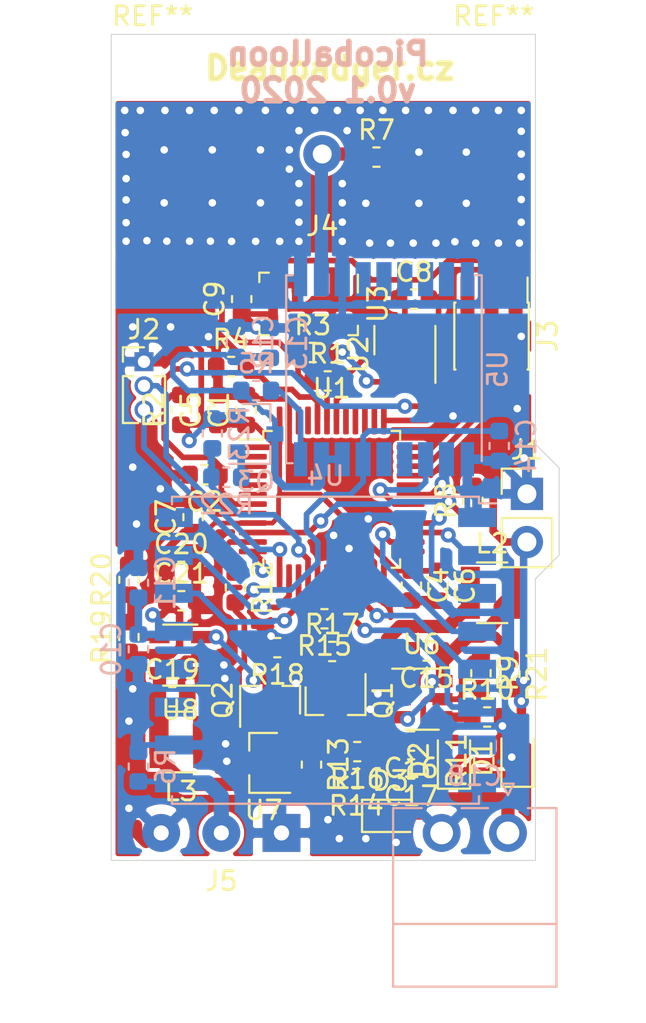
<source format=kicad_pcb>
(kicad_pcb (version 20171130) (host pcbnew 5.1.5)
  (title_block (title "Deadbadger PicoBalloon Challenge probe") (date 2020-01-11) (rev 0.1) (company Deadbadger.cz))
  (layers (0 F.Cu signal) (31 B.Cu signal) (34 B.Paste user) (35 F.Paste user) (36 B.SilkS user) (37 F.SilkS user) (38 B.Mask user) (39 F.Mask user) (44 Edge.Cuts user))
  (net 0 "")
  (net 1 GND)
  (net 2 +3V3)
  (net 3 /RESET)
  (net 4 "Net-(C12-Pad1)")
  (net 5 +BATT)
  (net 6 "Net-(C15-Pad1)")
  (net 7 "Net-(C16-Pad1)")
  (net 8 /power/Vin)
  (net 9 "Net-(D2-Pad1)")
  (net 10 /DEBUG_TX)
  (net 11 /DEBUG_RX)
  (net 12 "Net-(J3-Pad6)")
  (net 13 /SWDIO)
  (net 14 /SWCLK)
  (net 15 "Net-(J5-Pad2)")
  (net 16 "Net-(L2-Pad2)")
  (net 17 "Net-(L3-Pad2)")
  (net 18 "Net-(Q1-Pad3)")
  (net 19 "Net-(Q1-Pad1)")
  (net 20 "Net-(Q2-Pad3)")
  (net 21 "Net-(Q2-Pad1)")
  (net 22 "Net-(Q3-Pad1)")
  (net 23 /SCL)
  (net 24 /SDA)
  (net 25 "Net-(R4-Pad2)")
  (net 26 "Net-(R5-Pad1)")
  (net 27 /SOLAR_VOLT)
  (net 28 "Net-(R10-Pad1)")
  (net 29 /BAT_VOLT)
  (net 30 "Net-(R13-Pad2)")
  (net 31 /~POWER_OFF)
  (net 32 "Net-(R19-Pad2)")
  (net 33 /~GPS_POWER)
  (net 34 "Net-(U1-Pad45)")
  (net 35 "Net-(U1-Pad41)")
  (net 36 "Net-(U1-Pad40)")
  (net 37 "Net-(U1-Pad39)")
  (net 38 "Net-(U1-Pad38)")
  (net 39 "Net-(U1-Pad36)")
  (net 40 "Net-(U1-Pad35)")
  (net 41 "Net-(U1-Pad33)")
  (net 42 "Net-(U1-Pad32)")
  (net 43 /RFM_CS)
  (net 44 /MOSI)
  (net 45 /MISO)
  (net 46 /SCK)
  (net 47 /RFM_RESET)
  (net 48 /RFM_IO0)
  (net 49 /RFM_IO1)
  (net 50 "Net-(U1-Pad20)")
  (net 51 "Net-(U1-Pad19)")
  (net 52 "Net-(U1-Pad18)")
  (net 53 /GPS_RXD)
  (net 54 /GPS_TXD)
  (net 55 "Net-(U1-Pad6)")
  (net 56 "Net-(U1-Pad5)")
  (net 57 "Net-(U1-Pad4)")
  (net 58 "Net-(U1-Pad3)")
  (net 59 "Net-(U1-Pad2)")
  (net 60 "Net-(U2-Pad4)")
  (net 61 "Net-(U2-Pad3)")
  (net 62 "Net-(U3-Pad6)")
  (net 63 "Net-(U4-Pad16)")
  (net 64 "Net-(U4-Pad12)")
  (net 65 "Net-(U4-Pad11)")
  (net 66 "Net-(U4-Pad7)")
  (net 67 "Net-(U5-Pad18)")
  (net 68 "Net-(U5-Pad17)")
  (net 69 "Net-(U5-Pad16)")
  (net 70 "Net-(U5-Pad15)")
  (net 71 "Net-(U5-Pad14)")
  (net 72 "Net-(U5-Pad5)")
  (net 73 "Net-(U5-Pad4)")
  (net 74 "Net-(U5-Pad13)")
  (net 75 /GPS_ANT)
  (net 76 "Net-(U1-Pad29)")
  (net 77 "Net-(U1-Pad25)")
  (net 78 "Net-(U1-Pad46)")
  (module Connector_Phoenix_MC:PhoenixContact_MC_1,5_2-G-3.5_1x02_P3.50mm_Horizontal (layer B.Cu) (at 104.5 109.7 180)
    (fp_text reference C18 (at 1.75 3) (layer B.SilkS) (effects (justify mirror)))
    (fp_text value 3F3/3V)
    (pad 2 thru_hole circle (at 3.5 0 180) (size 2 2) (drill 1.2) (layers *.Cu *.Mask) (net 1 GND))
    (pad 1 thru_hole circle (at 0 0 180) (size 2 2) (drill 1.2) (layers *.Cu *.Mask) (net 5 +BATT))
  )
  (module MountingHole:MountingHole_2.1mm (layer F.Cu) (at 103.75 69.8)
    (fp_text reference REF** (at 0 -3.2) (layer F.SilkS))
    (fp_text value MountingHole_2.1mm)
    (pad "" np_thru_hole circle (at 0 0) (size 2.1 2.1) (drill 2.1) (layers *.Cu *.Mask))
  )
  (module MountingHole:MountingHole_2.1mm (layer F.Cu) (at 85.75 69.8)
    (fp_text reference REF** (at 0 -3.2) (layer F.SilkS))
    (fp_text value MountingHole_2.1mm)
    (pad "" np_thru_hole circle (at 0 0) (size 2.1 2.1) (drill 2.1) (layers *.Cu *.Mask))
  )
  (module Connector_PinHeader_2.54mm:PinHeader_1x02_P2.54mm_Vertical (layer F.Cu) (at 105.5 91.81)
    (fp_text reference J1 (at 0 -2.33) (layer F.SilkS))
    (fp_text value SOLAR)
    (pad 1 thru_hole rect (at 0 0) (size 1.7 1.7) (drill 1) (layers *.Cu *.Mask) (net 1 GND))
    (pad 2 thru_hole oval (at 0 2.54) (size 1.7 1.7) (drill 1) (layers *.Cu *.Mask) (net 8 /power/Vin))
  )
  (module Capacitor_SMD:C_0603_1608Metric (layer F.Cu) (at 99.3903 106.3244 180)
    (fp_text reference C17 (at 0 -1.43) (layer F.SilkS))
    (fp_text value 10u)
    (pad 2 smd roundrect (at 0.7875 0 180) (size 0.875 0.95) (layers F.Cu F.Paste F.Mask) (net 1 GND))
    (pad 1 smd roundrect (at -0.7875 0 180) (size 0.875 0.95) (layers F.Cu F.Paste F.Mask) (net 7 "Net-(C16-Pad1)"))
  )
  (module Capacitor_SMD:C_0603_1608Metric (layer F.Cu) (at 99.3903 104.8512 180)
    (fp_text reference C16 (at 0 -1.43) (layer F.SilkS))
    (fp_text value 100n)
    (pad 2 smd roundrect (at 0.7875 0 180) (size 0.875 0.95) (layers F.Cu F.Paste F.Mask) (net 1 GND))
    (pad 1 smd roundrect (at -0.7875 0 180) (size 0.875 0.95) (layers F.Cu F.Paste F.Mask) (net 7 "Net-(C16-Pad1)"))
  )
  (module Diode_SMD:D_SOD-323 (layer F.Cu) (at 101.6508 105.8672 90)
    (fp_text reference D2 (at 0 -1.85 90) (layer F.SilkS))
    (fp_text value BAT20J)
    (pad 2 smd rect (at 1.05 0 90) (size 0.6 0.45) (layers F.Cu F.Paste F.Mask) (net 7 "Net-(C16-Pad1)"))
    (pad 1 smd rect (at -1.05 0 90) (size 0.6 0.45) (layers F.Cu F.Paste F.Mask) (net 9 "Net-(D2-Pad1)"))
  )
  (module Resistor_SMD:R_0603_1608Metric (layer F.Cu) (at 90.1192 96.7487 270)
    (fp_text reference R12 (at 0 -1.43 90) (layer F.SilkS))
    (fp_text value 1M)
    (pad 2 smd roundrect (at 0.7875 0 270) (size 0.875 0.95) (layers F.Cu F.Paste F.Mask) (net 5 +BATT))
    (pad 1 smd roundrect (at -0.7875 0 270) (size 0.875 0.95) (layers F.Cu F.Paste F.Mask) (net 29 /BAT_VOLT))
  )
  (module Connector_Wire:SolderWirePad_1x03_P3.175mm_Drill0.8mm (layer F.Cu) (at 92.55 109.7 180)
    (fp_text reference J5 (at 3.175 -2.54) (layer F.SilkS))
    (fp_text value ANT)
    (pad 3 thru_hole circle (at 6.35 0 180) (size 1.99898 1.99898) (drill 0.8001) (layers *.Cu *.Mask) (net 1 GND))
    (pad 2 thru_hole circle (at 3.175 0 180) (size 1.99898 1.99898) (drill 0.8001) (layers *.Cu *.Mask) (net 15 "Net-(J5-Pad2)"))
    (pad 1 thru_hole rect (at 0 0 180) (size 1.99898 1.99898) (drill 0.8001) (layers *.Cu *.Mask) (net 1 GND))
  )
  (module Capacitor_SMD:C_0603_1608Metric (layer F.Cu) (at 90.6875 87.3875 90)
    (fp_text reference C1 (at 0 -1.43 90) (layer F.SilkS))
    (fp_text value 100n)
    (pad 2 smd roundrect (at 0.7875 0 90) (size 0.875 0.95) (layers F.Cu F.Paste F.Mask) (net 1 GND))
    (pad 1 smd roundrect (at -0.7875 0 90) (size 0.875 0.95) (layers F.Cu F.Paste F.Mask) (net 2 +3V3))
  )
  (module Capacitor_SMD:C_0603_1608Metric (layer F.Cu) (at 89.2 87.3875 90)
    (fp_text reference C5 (at 0 -1.43 90) (layer F.SilkS))
    (fp_text value 1u)
    (pad 2 smd roundrect (at 0.7875 0 90) (size 0.875 0.95) (layers F.Cu F.Paste F.Mask) (net 1 GND))
    (pad 1 smd roundrect (at -0.7875 0 90) (size 0.875 0.95) (layers F.Cu F.Paste F.Mask) (net 2 +3V3))
  )
  (module Connector_PinHeader_1.27mm:PinHeader_1x03_P1.27mm_Vertical (layer F.Cu) (at 85.2932 84.836)
    (fp_text reference J2 (at 0 -1.695) (layer F.SilkS))
    (fp_text value DEBUG)
    (pad 1 thru_hole rect (at 0 0) (size 1 1) (drill 0.65) (layers *.Cu *.Mask) (net 1 GND))
    (pad 2 thru_hole oval (at 0 1.27) (size 1 1) (drill 0.65) (layers *.Cu *.Mask) (net 11 /DEBUG_RX))
    (pad 3 thru_hole oval (at 0 2.54) (size 1 1) (drill 0.65) (layers *.Cu *.Mask) (net 10 /DEBUG_TX))
  )
  (module Package_TO_SOT_SMD:SOT-23-6 (layer F.Cu) (at 87.2109 100.3173 180)
    (fp_text reference U8 (at 0 -2.9) (layer F.SilkS))
    (fp_text value MCP1640)
    (pad 5 smd rect (at 1.1 0 180) (size 1.06 0.65) (layers F.Cu F.Paste F.Mask) (net 2 +3V3))
    (pad 6 smd rect (at 1.1 -0.95 180) (size 1.06 0.65) (layers F.Cu F.Paste F.Mask) (net 5 +BATT))
    (pad 4 smd rect (at 1.1 0.95 180) (size 1.06 0.65) (layers F.Cu F.Paste F.Mask) (net 32 "Net-(R19-Pad2)"))
    (pad 3 smd rect (at -1.1 0.95 180) (size 1.06 0.65) (layers F.Cu F.Paste F.Mask) (net 20 "Net-(Q2-Pad3)"))
    (pad 2 smd rect (at -1.1 0 180) (size 1.06 0.65) (layers F.Cu F.Paste F.Mask) (net 1 GND))
    (pad 1 smd rect (at -1.1 -0.95 180) (size 1.06 0.65) (layers F.Cu F.Paste F.Mask) (net 17 "Net-(L3-Pad2)"))
  )
  (module Package_TO_SOT_SMD:SOT-23 (layer F.Cu) (at 91.6084 106.0044 180)
    (fp_text reference U7 (at 0 -2.5) (layer F.SilkS))
    (fp_text value MCP101-270D)
    (pad 3 smd rect (at 1 0 180) (size 0.9 0.8) (layers F.Cu F.Paste F.Mask) (net 1 GND))
    (pad 2 smd rect (at -1 0.95 180) (size 0.9 0.8) (layers F.Cu F.Paste F.Mask) (net 5 +BATT))
    (pad 1 smd rect (at -1 -0.95 180) (size 0.9 0.8) (layers F.Cu F.Paste F.Mask) (net 30 "Net-(R13-Pad2)"))
  )
  (module Package_TO_SOT_SMD:SOT-23-6 (layer F.Cu) (at 99.9432 102.644)
    (fp_text reference U6 (at 0 -2.9) (layer F.SilkS))
    (fp_text value MCP1640)
    (pad 5 smd rect (at 1.1 0) (size 1.06 0.65) (layers F.Cu F.Paste F.Mask) (net 7 "Net-(C16-Pad1)"))
    (pad 6 smd rect (at 1.1 -0.95) (size 1.06 0.65) (layers F.Cu F.Paste F.Mask) (net 6 "Net-(C15-Pad1)"))
    (pad 4 smd rect (at 1.1 0.95) (size 1.06 0.65) (layers F.Cu F.Paste F.Mask) (net 28 "Net-(R10-Pad1)"))
    (pad 3 smd rect (at -1.1 0.95) (size 1.06 0.65) (layers F.Cu F.Paste F.Mask) (net 6 "Net-(C15-Pad1)"))
    (pad 2 smd rect (at -1.1 0) (size 1.06 0.65) (layers F.Cu F.Paste F.Mask) (net 1 GND))
    (pad 1 smd rect (at -1.1 -0.95) (size 1.06 0.65) (layers F.Cu F.Paste F.Mask) (net 16 "Net-(L2-Pad2)"))
  )
  (module RF_GPS:ublox_MAX (layer B.Cu) (at 97.956 85.232 90)
    (fp_text reference U5 (at 0 6 90) (layer B.SilkS) (effects (justify mirror)))
    (fp_text value MAX-8C/SIM28ML)
    (pad 18 smd rect (at 4.75 4.4 90) (size 1.8 0.7) (layers B.Cu B.Paste B.Mask) (net 67 "Net-(U5-Pad18)"))
    (pad 17 smd rect (at 4.75 3.3 90) (size 1.8 0.8) (layers B.Cu B.Paste B.Mask) (net 68 "Net-(U5-Pad17)"))
    (pad 16 smd rect (at 4.75 2.2 90) (size 1.8 0.8) (layers B.Cu B.Paste B.Mask) (net 69 "Net-(U5-Pad16)"))
    (pad 15 smd rect (at 4.75 1.1 90) (size 1.8 0.8) (layers B.Cu B.Paste B.Mask) (net 70 "Net-(U5-Pad15)"))
    (pad 14 smd rect (at 4.75 0 90) (size 1.8 0.8) (layers B.Cu B.Paste B.Mask) (net 71 "Net-(U5-Pad14)"))
    (pad 13 smd rect (at 4.75 -1.1 90) (size 1.8 0.8) (layers B.Cu B.Paste B.Mask) (net 74 "Net-(U5-Pad13)"))
    (pad 12 smd rect (at 4.75 -2.2 90) (size 1.8 0.8) (layers B.Cu B.Paste B.Mask) (net 1 GND))
    (pad 11 smd rect (at 4.75 -3.3 90) (size 1.8 0.8) (layers B.Cu B.Paste B.Mask) (net 75 /GPS_ANT))
    (pad 10 smd rect (at 4.75 -4.4 90) (size 1.8 0.7) (layers B.Cu B.Paste B.Mask) (net 1 GND))
    (pad 9 smd rect (at -4.75 -4.4 90) (size 1.8 0.7) (layers B.Cu B.Paste B.Mask) (net 26 "Net-(R5-Pad1)"))
    (pad 8 smd rect (at -4.75 -3.3 90) (size 1.8 0.8) (layers B.Cu B.Paste B.Mask) (net 4 "Net-(C12-Pad1)"))
    (pad 7 smd rect (at -4.75 -2.2 90) (size 1.8 0.8) (layers B.Cu B.Paste B.Mask) (net 4 "Net-(C12-Pad1)"))
    (pad 6 smd rect (at -4.75 -1.1 90) (size 1.8 0.8) (layers B.Cu B.Paste B.Mask) (net 5 +BATT))
    (pad 5 smd rect (at -4.75 0 90) (size 1.8 0.8) (layers B.Cu B.Paste B.Mask) (net 72 "Net-(U5-Pad5)"))
    (pad 4 smd rect (at -4.75 1.1 90) (size 1.8 0.8) (layers B.Cu B.Paste B.Mask) (net 73 "Net-(U5-Pad4)"))
    (pad 3 smd rect (at -4.75 2.2 90) (size 1.8 0.8) (layers B.Cu B.Paste B.Mask) (net 54 /GPS_TXD))
    (pad 2 smd rect (at -4.75 3.3 90) (size 1.8 0.8) (layers B.Cu B.Paste B.Mask) (net 53 /GPS_RXD))
    (pad 1 smd rect (at -4.75 4.4 90) (size 1.8 0.7) (layers B.Cu B.Paste B.Mask) (net 1 GND))
  )
  (module RF_Module:HOPERF_RFM9XW_SMD (layer B.Cu) (at 94.87 100.06 180)
    (fp_text reference U4 (at 0 9.2) (layer B.SilkS) (effects (justify mirror)))
    (fp_text value RFM95W-868S2)
    (pad 16 smd rect (at 8 7 180) (size 2 1) (layers B.Cu B.Paste B.Mask) (net 63 "Net-(U4-Pad16)"))
    (pad 15 smd rect (at 8 5 180) (size 2 1) (layers B.Cu B.Paste B.Mask) (net 49 /RFM_IO1))
    (pad 14 smd rect (at 8 3 180) (size 2 1) (layers B.Cu B.Paste B.Mask) (net 48 /RFM_IO0))
    (pad 13 smd rect (at 8 1 180) (size 2 1) (layers B.Cu B.Paste B.Mask) (net 2 +3V3))
    (pad 12 smd rect (at 8 -1 180) (size 2 1) (layers B.Cu B.Paste B.Mask) (net 64 "Net-(U4-Pad12)"))
    (pad 11 smd rect (at 8 -3 180) (size 2 1) (layers B.Cu B.Paste B.Mask) (net 65 "Net-(U4-Pad11)"))
    (pad 10 smd rect (at 8 -5 180) (size 2 1) (layers B.Cu B.Paste B.Mask) (net 1 GND))
    (pad 9 smd rect (at 8 -7 180) (size 2 1) (layers B.Cu B.Paste B.Mask) (net 15 "Net-(J5-Pad2)"))
    (pad 8 smd rect (at -8 -7 180) (size 2 1) (layers B.Cu B.Paste B.Mask) (net 1 GND))
    (pad 7 smd rect (at -8 -5 180) (size 2 1) (layers B.Cu B.Paste B.Mask) (net 66 "Net-(U4-Pad7)"))
    (pad 6 smd rect (at -8 -3 180) (size 2 1) (layers B.Cu B.Paste B.Mask) (net 47 /RFM_RESET))
    (pad 5 smd rect (at -8 -1 180) (size 2 1) (layers B.Cu B.Paste B.Mask) (net 43 /RFM_CS))
    (pad 4 smd rect (at -8 1 180) (size 2 1) (layers B.Cu B.Paste B.Mask) (net 46 /SCK))
    (pad 3 smd rect (at -8 3 180) (size 2 1) (layers B.Cu B.Paste B.Mask) (net 44 /MOSI))
    (pad 2 smd rect (at -8 5 180) (size 2 1) (layers B.Cu B.Paste B.Mask) (net 45 /MISO))
    (pad 1 smd rect (at -8 7 180) (size 2 1) (layers B.Cu B.Paste B.Mask) (net 1 GND))
  )
  (module Package_LGA:LGA-8_3x5mm_P1.25mm (layer F.Cu) (at 93.98 81.788 270)
    (fp_text reference U3 (at 0 -3.65 90) (layer F.SilkS))
    (fp_text value MS5607-02BA)
    (pad 5 smd rect (at 1.075 1.875 270) (size 0.95 0.55) (layers F.Cu F.Paste F.Mask) (net 1 GND))
    (pad 6 smd rect (at 1.075 0.625 270) (size 0.95 0.55) (layers F.Cu F.Paste F.Mask) (net 62 "Net-(U3-Pad6)"))
    (pad 7 smd rect (at 1.075 -0.625 270) (size 0.95 0.55) (layers F.Cu F.Paste F.Mask) (net 24 /SDA))
    (pad 8 smd rect (at 1.075 -1.875 270) (size 0.95 0.55) (layers F.Cu F.Paste F.Mask) (net 23 /SCL))
    (pad 3 smd rect (at -1.075 0.625 270) (size 0.95 0.55) (layers F.Cu F.Paste F.Mask) (net 1 GND))
    (pad 2 smd rect (at -1.075 -0.625 270) (size 0.95 0.55) (layers F.Cu F.Paste F.Mask) (net 2 +3V3))
    (pad 1 smd rect (at -1.075 -1.875 270) (size 0.95 0.55) (layers F.Cu F.Paste F.Mask) (net 2 +3V3))
    (pad 4 smd rect (at -1.075 1.875 270) (size 0.95 0.55) (layers F.Cu F.Paste F.Mask) (net 1 GND))
  )
  (module Package_DFN_QFN:DFN-6-1EP_3x3mm_P1mm_EP1.5x2.4mm (layer F.Cu) (at 99.06 84.449 90)
    (fp_text reference U2 (at 0 -2.45 90) (layer F.SilkS))
    (fp_text value Si7020-A20)
    (pad 7 smd rect (at 0 0 90) (size 1.5 2.4) (layers F.Cu F.Mask) (net 1 GND))
    (pad 6 smd roundrect (at 1.45 -1 90) (size 0.8 0.4) (layers F.Cu F.Paste F.Mask) (net 23 /SCL))
    (pad 5 smd roundrect (at 1.45 0 90) (size 0.8 0.4) (layers F.Cu F.Paste F.Mask) (net 2 +3V3))
    (pad 4 smd roundrect (at 1.45 1 90) (size 0.8 0.4) (layers F.Cu F.Paste F.Mask) (net 60 "Net-(U2-Pad4)"))
    (pad 3 smd roundrect (at -1.45 1 90) (size 0.8 0.4) (layers F.Cu F.Paste F.Mask) (net 61 "Net-(U2-Pad3)"))
    (pad 2 smd roundrect (at -1.45 0 90) (size 0.8 0.4) (layers F.Cu F.Paste F.Mask) (net 1 GND))
    (pad 1 smd roundrect (at -1.45 -1 90) (size 0.8 0.4) (layers F.Cu F.Paste F.Mask) (net 24 /SDA))
  )
  (module Package_QFP:LQFP-48_7x7mm_P0.5mm (layer F.Cu) (at 95.2 92.1)
    (fp_text reference U1 (at 0 -5.85) (layer F.SilkS))
    (fp_text value STM32F030C8Tx)
    (pad 48 smd roundrect (at -2.75 -4.1625) (size 0.3 1.475) (layers F.Cu F.Paste F.Mask) (net 2 +3V3))
    (pad 47 smd roundrect (at -2.25 -4.1625) (size 0.3 1.475) (layers F.Cu F.Paste F.Mask) (net 1 GND))
    (pad 46 smd roundrect (at -1.75 -4.1625) (size 0.3 1.475) (layers F.Cu F.Paste F.Mask) (net 78 "Net-(U1-Pad46)"))
    (pad 45 smd roundrect (at -1.25 -4.1625) (size 0.3 1.475) (layers F.Cu F.Paste F.Mask) (net 34 "Net-(U1-Pad45)"))
    (pad 44 smd roundrect (at -0.75 -4.1625) (size 0.3 1.475) (layers F.Cu F.Paste F.Mask) (net 25 "Net-(R4-Pad2)"))
    (pad 43 smd roundrect (at -0.25 -4.1625) (size 0.3 1.475) (layers F.Cu F.Paste F.Mask) (net 24 /SDA))
    (pad 42 smd roundrect (at 0.25 -4.1625) (size 0.3 1.475) (layers F.Cu F.Paste F.Mask) (net 23 /SCL))
    (pad 41 smd roundrect (at 0.75 -4.1625) (size 0.3 1.475) (layers F.Cu F.Paste F.Mask) (net 35 "Net-(U1-Pad41)"))
    (pad 40 smd roundrect (at 1.25 -4.1625) (size 0.3 1.475) (layers F.Cu F.Paste F.Mask) (net 36 "Net-(U1-Pad40)"))
    (pad 39 smd roundrect (at 1.75 -4.1625) (size 0.3 1.475) (layers F.Cu F.Paste F.Mask) (net 37 "Net-(U1-Pad39)"))
    (pad 38 smd roundrect (at 2.25 -4.1625) (size 0.3 1.475) (layers F.Cu F.Paste F.Mask) (net 38 "Net-(U1-Pad38)"))
    (pad 37 smd roundrect (at 2.75 -4.1625) (size 0.3 1.475) (layers F.Cu F.Paste F.Mask) (net 14 /SWCLK))
    (pad 36 smd roundrect (at 4.1625 -2.75) (size 1.475 0.3) (layers F.Cu F.Paste F.Mask) (net 39 "Net-(U1-Pad36)"))
    (pad 35 smd roundrect (at 4.1625 -2.25) (size 1.475 0.3) (layers F.Cu F.Paste F.Mask) (net 40 "Net-(U1-Pad35)"))
    (pad 34 smd roundrect (at 4.1625 -1.75) (size 1.475 0.3) (layers F.Cu F.Paste F.Mask) (net 13 /SWDIO))
    (pad 33 smd roundrect (at 4.1625 -1.25) (size 1.475 0.3) (layers F.Cu F.Paste F.Mask) (net 41 "Net-(U1-Pad33)"))
    (pad 32 smd roundrect (at 4.1625 -0.75) (size 1.475 0.3) (layers F.Cu F.Paste F.Mask) (net 42 "Net-(U1-Pad32)"))
    (pad 31 smd roundrect (at 4.1625 -0.25) (size 1.475 0.3) (layers F.Cu F.Paste F.Mask) (net 53 /GPS_RXD))
    (pad 30 smd roundrect (at 4.1625 0.25) (size 1.475 0.3) (layers F.Cu F.Paste F.Mask) (net 54 /GPS_TXD))
    (pad 29 smd roundrect (at 4.1625 0.75) (size 1.475 0.3) (layers F.Cu F.Paste F.Mask) (net 76 "Net-(U1-Pad29)"))
    (pad 28 smd roundrect (at 4.1625 1.25) (size 1.475 0.3) (layers F.Cu F.Paste F.Mask) (net 44 /MOSI))
    (pad 27 smd roundrect (at 4.1625 1.75) (size 1.475 0.3) (layers F.Cu F.Paste F.Mask) (net 45 /MISO))
    (pad 26 smd roundrect (at 4.1625 2.25) (size 1.475 0.3) (layers F.Cu F.Paste F.Mask) (net 46 /SCK))
    (pad 25 smd roundrect (at 4.1625 2.75) (size 1.475 0.3) (layers F.Cu F.Paste F.Mask) (net 77 "Net-(U1-Pad25)"))
    (pad 24 smd roundrect (at 2.75 4.1625) (size 0.3 1.475) (layers F.Cu F.Paste F.Mask) (net 2 +3V3))
    (pad 23 smd roundrect (at 2.25 4.1625) (size 0.3 1.475) (layers F.Cu F.Paste F.Mask) (net 1 GND))
    (pad 22 smd roundrect (at 1.75 4.1625) (size 0.3 1.475) (layers F.Cu F.Paste F.Mask) (net 43 /RFM_CS))
    (pad 21 smd roundrect (at 1.25 4.1625) (size 0.3 1.475) (layers F.Cu F.Paste F.Mask) (net 47 /RFM_RESET))
    (pad 20 smd roundrect (at 0.75 4.1625) (size 0.3 1.475) (layers F.Cu F.Paste F.Mask) (net 50 "Net-(U1-Pad20)"))
    (pad 19 smd roundrect (at 0.25 4.1625) (size 0.3 1.475) (layers F.Cu F.Paste F.Mask) (net 51 "Net-(U1-Pad19)"))
    (pad 18 smd roundrect (at -0.25 4.1625) (size 0.3 1.475) (layers F.Cu F.Paste F.Mask) (net 52 "Net-(U1-Pad18)"))
    (pad 17 smd roundrect (at -0.75 4.1625) (size 0.3 1.475) (layers F.Cu F.Paste F.Mask) (net 31 /~POWER_OFF))
    (pad 16 smd roundrect (at -1.25 4.1625) (size 0.3 1.475) (layers F.Cu F.Paste F.Mask) (net 33 /~GPS_POWER))
    (pad 15 smd roundrect (at -1.75 4.1625) (size 0.3 1.475) (layers F.Cu F.Paste F.Mask) (net 48 /RFM_IO0))
    (pad 14 smd roundrect (at -2.25 4.1625) (size 0.3 1.475) (layers F.Cu F.Paste F.Mask) (net 49 /RFM_IO1))
    (pad 13 smd roundrect (at -2.75 4.1625) (size 0.3 1.475) (layers F.Cu F.Paste F.Mask) (net 11 /DEBUG_RX))
    (pad 12 smd roundrect (at -4.1625 2.75) (size 1.475 0.3) (layers F.Cu F.Paste F.Mask) (net 10 /DEBUG_TX))
    (pad 11 smd roundrect (at -4.1625 2.25) (size 1.475 0.3) (layers F.Cu F.Paste F.Mask) (net 29 /BAT_VOLT))
    (pad 10 smd roundrect (at -4.1625 1.75) (size 1.475 0.3) (layers F.Cu F.Paste F.Mask) (net 27 /SOLAR_VOLT))
    (pad 9 smd roundrect (at -4.1625 1.25) (size 1.475 0.3) (layers F.Cu F.Paste F.Mask) (net 2 +3V3))
    (pad 8 smd roundrect (at -4.1625 0.75) (size 1.475 0.3) (layers F.Cu F.Paste F.Mask) (net 1 GND))
    (pad 7 smd roundrect (at -4.1625 0.25) (size 1.475 0.3) (layers F.Cu F.Paste F.Mask) (net 3 /RESET))
    (pad 6 smd roundrect (at -4.1625 -0.25) (size 1.475 0.3) (layers F.Cu F.Paste F.Mask) (net 55 "Net-(U1-Pad6)"))
    (pad 5 smd roundrect (at -4.1625 -0.75) (size 1.475 0.3) (layers F.Cu F.Paste F.Mask) (net 56 "Net-(U1-Pad5)"))
    (pad 4 smd roundrect (at -4.1625 -1.25) (size 1.475 0.3) (layers F.Cu F.Paste F.Mask) (net 57 "Net-(U1-Pad4)"))
    (pad 3 smd roundrect (at -4.1625 -1.75) (size 1.475 0.3) (layers F.Cu F.Paste F.Mask) (net 58 "Net-(U1-Pad3)"))
    (pad 2 smd roundrect (at -4.1625 -2.25) (size 1.475 0.3) (layers F.Cu F.Paste F.Mask) (net 59 "Net-(U1-Pad2)"))
    (pad 1 smd roundrect (at -4.1625 -2.75) (size 1.475 0.3) (layers F.Cu F.Paste F.Mask) (net 2 +3V3))
  )
  (module Resistor_SMD:R_0603_1608Metric (layer B.Cu) (at 88.9 88.6205 90)
    (fp_text reference R23 (at 0 1.43 90) (layer B.SilkS) (effects (justify mirror)))
    (fp_text value 680k)
    (pad 2 smd roundrect (at 0.7875 0 90) (size 0.875 0.95) (layers B.Cu B.Paste B.Mask) (net 2 +3V3))
    (pad 1 smd roundrect (at -0.7875 0 90) (size 0.875 0.95) (layers B.Cu B.Paste B.Mask) (net 33 /~GPS_POWER))
  )
  (module Resistor_SMD:R_0603_1608Metric (layer B.Cu) (at 89.6365 90.932)
    (fp_text reference R22 (at 0 1.43) (layer B.SilkS) (effects (justify mirror)))
    (fp_text value 100)
    (pad 2 smd roundrect (at 0.7875 0) (size 0.875 0.95) (layers B.Cu B.Paste B.Mask) (net 22 "Net-(Q3-Pad1)"))
    (pad 1 smd roundrect (at -0.7875 0) (size 0.875 0.95) (layers B.Cu B.Paste B.Mask) (net 33 /~GPS_POWER))
  )
  (module Resistor_SMD:R_0603_1608Metric (layer F.Cu) (at 104.5972 101.3205 270)
    (fp_text reference R21 (at 0 -1.43 90) (layer F.SilkS))
    (fp_text value 0)
    (pad 2 smd roundrect (at 0.7875 0 270) (size 0.875 0.95) (layers F.Cu F.Paste F.Mask) (net 8 /power/Vin))
    (pad 1 smd roundrect (at -0.7875 0 270) (size 0.875 0.95) (layers F.Cu F.Paste F.Mask) (net 6 "Net-(C15-Pad1)"))
  )
  (module Resistor_SMD:R_0603_1608Metric (layer F.Cu) (at 84.5 96.3423 90)
    (fp_text reference R20 (at 0 -1.43 90) (layer F.SilkS))
    (fp_text value 390k)
    (pad 2 smd roundrect (at 0.7875 0 90) (size 0.875 0.95) (layers F.Cu F.Paste F.Mask) (net 1 GND))
    (pad 1 smd roundrect (at -0.7875 0 90) (size 0.875 0.95) (layers F.Cu F.Paste F.Mask) (net 32 "Net-(R19-Pad2)"))
  )
  (module Resistor_SMD:R_0603_1608Metric (layer F.Cu) (at 84.5 99.3625 90)
    (fp_text reference R19 (at 0 -1.43 90) (layer F.SilkS))
    (fp_text value 680k)
    (pad 2 smd roundrect (at 0.7875 0 90) (size 0.875 0.95) (layers F.Cu F.Paste F.Mask) (net 32 "Net-(R19-Pad2)"))
    (pad 1 smd roundrect (at -0.7875 0 90) (size 0.875 0.95) (layers F.Cu F.Paste F.Mask) (net 2 +3V3))
  )
  (module Resistor_SMD:R_0603_1608Metric (layer F.Cu) (at 92.3289 99.9236 180)
    (fp_text reference R18 (at 0 -1.43) (layer F.SilkS))
    (fp_text value 680k)
    (pad 2 smd roundrect (at 0.7875 0 180) (size 0.875 0.95) (layers F.Cu F.Paste F.Mask) (net 1 GND))
    (pad 1 smd roundrect (at -0.7875 0 180) (size 0.875 0.95) (layers F.Cu F.Paste F.Mask) (net 20 "Net-(Q2-Pad3)"))
  )
  (module Resistor_SMD:R_0603_1608Metric (layer F.Cu) (at 95.2245 100.1268)
    (fp_text reference R17 (at 0 -1.43) (layer F.SilkS))
    (fp_text value 100k)
    (pad 2 smd roundrect (at 0.7875 0) (size 0.875 0.95) (layers F.Cu F.Paste F.Mask) (net 19 "Net-(Q1-Pad1)"))
    (pad 1 smd roundrect (at -0.7875 0) (size 0.875 0.95) (layers F.Cu F.Paste F.Mask) (net 20 "Net-(Q2-Pad3)"))
  )
  (module Resistor_SMD:R_0603_1608Metric (layer F.Cu) (at 96.5453 105.41 180)
    (fp_text reference R16 (at 0 -1.43) (layer F.SilkS))
    (fp_text value 100k)
    (pad 2 smd roundrect (at 0.7875 0 180) (size 0.875 0.95) (layers F.Cu F.Paste F.Mask) (net 18 "Net-(Q1-Pad3)"))
    (pad 1 smd roundrect (at -0.7875 0 180) (size 0.875 0.95) (layers F.Cu F.Paste F.Mask) (net 21 "Net-(Q2-Pad1)"))
  )
  (module Resistor_SMD:R_0603_1608Metric (layer F.Cu) (at 94.8181 98.3996 180)
    (fp_text reference R15 (at 0 -1.43) (layer F.SilkS))
    (fp_text value 10k)
    (pad 2 smd roundrect (at 0.7875 0 180) (size 0.875 0.95) (layers F.Cu F.Paste F.Mask) (net 31 /~POWER_OFF))
    (pad 1 smd roundrect (at -0.7875 0 180) (size 0.875 0.95) (layers F.Cu F.Paste F.Mask) (net 19 "Net-(Q1-Pad1)"))
  )
  (module Resistor_SMD:R_0603_1608Metric (layer F.Cu) (at 96.4947 106.8324 180)
    (fp_text reference R14 (at 0 -1.43) (layer F.SilkS))
    (fp_text value DNP)
    (pad 2 smd roundrect (at 0.7875 0 180) (size 0.875 0.95) (layers F.Cu F.Paste F.Mask) (net 18 "Net-(Q1-Pad3)"))
    (pad 1 smd roundrect (at -0.7875 0 180) (size 0.875 0.95) (layers F.Cu F.Paste F.Mask) (net 5 +BATT))
  )
  (module Resistor_SMD:R_0603_1608Metric (layer F.Cu) (at 94.1324 106.0959 270)
    (fp_text reference R13 (at 0 -1.43 90) (layer F.SilkS))
    (fp_text value 100k)
    (pad 2 smd roundrect (at 0.7875 0 270) (size 0.875 0.95) (layers F.Cu F.Paste F.Mask) (net 30 "Net-(R13-Pad2)"))
    (pad 1 smd roundrect (at -0.7875 0 270) (size 0.875 0.95) (layers F.Cu F.Paste F.Mask) (net 18 "Net-(Q1-Pad3)"))
  )
  (module Resistor_SMD:R_0603_1608Metric (layer F.Cu) (at 103.2256 105.8927 90)
    (fp_text reference R11 (at 0 -1.43 90) (layer F.SilkS))
    (fp_text value 56)
    (pad 2 smd roundrect (at 0.7875 0 90) (size 0.875 0.95) (layers F.Cu F.Paste F.Mask) (net 9 "Net-(D2-Pad1)"))
    (pad 1 smd roundrect (at -0.7875 0 90) (size 0.875 0.95) (layers F.Cu F.Paste F.Mask) (net 5 +BATT))
  )
  (module Resistor_SMD:R_0603_1608Metric (layer F.Cu) (at 103.4035 103.5812)
    (fp_text reference R10 (at 0 -1.43) (layer F.SilkS))
    (fp_text value 360k)
    (pad 2 smd roundrect (at 0.7875 0) (size 0.875 0.95) (layers F.Cu F.Paste F.Mask) (net 1 GND))
    (pad 1 smd roundrect (at -0.7875 0) (size 0.875 0.95) (layers F.Cu F.Paste F.Mask) (net 28 "Net-(R10-Pad1)"))
  )
  (module Resistor_SMD:R_0603_1608Metric (layer F.Cu) (at 103.0732 101.2699 270)
    (fp_text reference R9 (at 0 -1.43 90) (layer F.SilkS))
    (fp_text value 510k)
    (pad 2 smd roundrect (at 0.7875 0 270) (size 0.875 0.95) (layers F.Cu F.Paste F.Mask) (net 28 "Net-(R10-Pad1)"))
    (pad 1 smd roundrect (at -0.7875 0 270) (size 0.875 0.95) (layers F.Cu F.Paste F.Mask) (net 7 "Net-(C16-Pad1)"))
  )
  (module Resistor_SMD:R_0603_1608Metric (layer F.Cu) (at 102.65 92.1725 90)
    (fp_text reference R8 (at 0 -1.43 90) (layer F.SilkS))
    (fp_text value 1M)
    (pad 2 smd roundrect (at 0.7875 0 90) (size 0.875 0.95) (layers F.Cu F.Paste F.Mask) (net 8 /power/Vin))
    (pad 1 smd roundrect (at -0.7875 0 90) (size 0.875 0.95) (layers F.Cu F.Paste F.Mask) (net 27 /SOLAR_VOLT))
  )
  (module Resistor_SMD:R_0603_1608Metric (layer F.Cu) (at 97.5615 74.041)
    (fp_text reference R7 (at 0 -1.43) (layer F.SilkS))
    (fp_text value 1M)
    (pad 2 smd roundrect (at 0.7875 0) (size 0.875 0.95) (layers F.Cu F.Paste F.Mask) (net 1 GND))
    (pad 1 smd roundrect (at -0.7875 0) (size 0.875 0.95) (layers F.Cu F.Paste F.Mask) (net 75 /GPS_ANT))
  )
  (module Resistor_SMD:R_0603_1608Metric (layer B.Cu) (at 85 106.1975 90)
    (fp_text reference R6 (at 0 1.43 90) (layer B.SilkS) (effects (justify mirror)))
    (fp_text value 1M)
    (pad 2 smd roundrect (at 0.7875 0 90) (size 0.875 0.95) (layers B.Cu B.Paste B.Mask) (net 1 GND))
    (pad 1 smd roundrect (at -0.7875 0 90) (size 0.875 0.95) (layers B.Cu B.Paste B.Mask) (net 15 "Net-(J5-Pad2)"))
  )
  (module Resistor_SMD:R_0603_1608Metric (layer B.Cu) (at 91.2115 86.36 180)
    (fp_text reference R5 (at 0 1.43) (layer B.SilkS) (effects (justify mirror)))
    (fp_text value 10k)
    (pad 2 smd roundrect (at 0.7875 0 180) (size 0.875 0.95) (layers B.Cu B.Paste B.Mask) (net 4 "Net-(C12-Pad1)"))
    (pad 1 smd roundrect (at -0.7875 0 180) (size 0.875 0.95) (layers B.Cu B.Paste B.Mask) (net 26 "Net-(R5-Pad1)"))
  )
  (module Resistor_SMD:R_0603_1608Metric (layer F.Cu) (at 89.8905 85.09)
    (fp_text reference R4 (at 0 -1.43) (layer F.SilkS))
    (fp_text value 10k)
    (pad 2 smd roundrect (at 0.7875 0) (size 0.875 0.95) (layers F.Cu F.Paste F.Mask) (net 25 "Net-(R4-Pad2)"))
    (pad 1 smd roundrect (at -0.7875 0) (size 0.875 0.95) (layers F.Cu F.Paste F.Mask) (net 1 GND))
  )
  (module Resistor_SMD:R_0603_1608Metric (layer F.Cu) (at 94.2 84.35)
    (fp_text reference R3 (at 0 -1.43) (layer F.SilkS))
    (fp_text value 10k)
    (pad 2 smd roundrect (at 0.7875 0) (size 0.875 0.95) (layers F.Cu F.Paste F.Mask) (net 24 /SDA))
    (pad 1 smd roundrect (at -0.7875 0) (size 0.875 0.95) (layers F.Cu F.Paste F.Mask) (net 2 +3V3))
  )
  (module Resistor_SMD:R_0603_1608Metric (layer F.Cu) (at 87.249 87.376 90)
    (fp_text reference R2 (at 0 -1.43 90) (layer F.SilkS))
    (fp_text value 10k)
    (pad 2 smd roundrect (at 0.7875 0 90) (size 0.875 0.95) (layers F.Cu F.Paste F.Mask) (net 3 /RESET))
    (pad 1 smd roundrect (at -0.7875 0 90) (size 0.875 0.95) (layers F.Cu F.Paste F.Mask) (net 2 +3V3))
  )
  (module Resistor_SMD:R_0603_1608Metric (layer F.Cu) (at 94.9875 85.85)
    (fp_text reference R1 (at 0 -1.43) (layer F.SilkS))
    (fp_text value 10k)
    (pad 2 smd roundrect (at 0.7875 0) (size 0.875 0.95) (layers F.Cu F.Paste F.Mask) (net 23 /SCL))
    (pad 1 smd roundrect (at -0.7875 0) (size 0.875 0.95) (layers F.Cu F.Paste F.Mask) (net 2 +3V3))
  )
  (module Package_TO_SOT_SMD:SOT-23 (layer B.Cu) (at 91.202 88.646)
    (fp_text reference Q3 (at 0 2.5) (layer B.SilkS) (effects (justify mirror)))
    (fp_text value DMP2035)
    (pad 3 smd rect (at 1 0) (size 0.9 0.8) (layers B.Cu B.Paste B.Mask) (net 4 "Net-(C12-Pad1)"))
    (pad 2 smd rect (at -1 -0.95) (size 0.9 0.8) (layers B.Cu B.Paste B.Mask) (net 2 +3V3))
    (pad 1 smd rect (at -1 0.95) (size 0.9 0.8) (layers B.Cu B.Paste B.Mask) (net 22 "Net-(Q3-Pad1)"))
  )
  (module Package_TO_SOT_SMD:SOT-23 (layer F.Cu) (at 91.948 102.7016 90)
    (fp_text reference Q2 (at 0 -2.5 90) (layer F.SilkS))
    (fp_text value BC857)
    (pad 3 smd rect (at 1 0 90) (size 0.9 0.8) (layers F.Cu F.Paste F.Mask) (net 20 "Net-(Q2-Pad3)"))
    (pad 2 smd rect (at -1 0.95 90) (size 0.9 0.8) (layers F.Cu F.Paste F.Mask) (net 5 +BATT))
    (pad 1 smd rect (at -1 -0.95 90) (size 0.9 0.8) (layers F.Cu F.Paste F.Mask) (net 21 "Net-(Q2-Pad1)"))
  )
  (module Package_TO_SOT_SMD:SOT-23 (layer F.Cu) (at 95.4024 102.7176 270)
    (fp_text reference Q1 (at 0 -2.5 90) (layer F.SilkS))
    (fp_text value BC847)
    (pad 3 smd rect (at 1 0 270) (size 0.9 0.8) (layers F.Cu F.Paste F.Mask) (net 18 "Net-(Q1-Pad3)"))
    (pad 2 smd rect (at -1 0.95 270) (size 0.9 0.8) (layers F.Cu F.Paste F.Mask) (net 1 GND))
    (pad 1 smd rect (at -1 -0.95 270) (size 0.9 0.8) (layers F.Cu F.Paste F.Mask) (net 19 "Net-(Q1-Pad1)"))
  )
  (module Inductor_SMD:L_Abracon_ASPI-3012S (layer F.Cu) (at 87.242 104.902)
    (fp_text reference L3 (at 0 2.6) (layer F.SilkS))
    (fp_text value SRN2510F-4R7M)
    (pad 2 smd rect (at 1.15 0) (size 1 2.75) (layers F.Cu F.Paste F.Mask) (net 17 "Net-(L3-Pad2)"))
    (pad 1 smd rect (at -1.15 0) (size 1 2.75) (layers F.Cu F.Paste F.Mask) (net 5 +BATT))
  )
  (module Inductor_SMD:L_Abracon_ASPI-3012S (layer F.Cu) (at 103.6644 97.028 180)
    (fp_text reference L2 (at 0 2.6) (layer F.SilkS))
    (fp_text value SRN2510F-4R7M)
    (pad 2 smd rect (at 1.15 0 180) (size 1 2.75) (layers F.Cu F.Paste F.Mask) (net 16 "Net-(L2-Pad2)"))
    (pad 1 smd rect (at -1.15 0 180) (size 1 2.75) (layers F.Cu F.Paste F.Mask) (net 6 "Net-(C15-Pad1)"))
  )
  (module Connector_Wire:SolderWirePad_1x01_Drill1mm (layer F.Cu) (at 94.7 73.878 180)
    (fp_text reference J4 (at 0 -3.81) (layer F.SilkS))
    (fp_text value ANT)
    (pad 1 thru_hole circle (at 0 0 180) (size 2 2) (drill 1.00076) (layers *.Cu *.Mask) (net 75 /GPS_ANT))
  )
  (module Connector_PinHeader_1.27mm:PinHeader_2x03_P1.27mm_Vertical_SMD (layer F.Cu) (at 103.632 83.484 270)
    (fp_text reference J3 (at 0 -2.965 90) (layer F.SilkS))
    (fp_text value SWO)
    (pad 6 smd rect (at 1.95 1.27 270) (size 2.4 0.74) (layers F.Cu F.Paste F.Mask) (net 12 "Net-(J3-Pad6)"))
    (pad 5 smd rect (at -1.95 1.27 270) (size 2.4 0.74) (layers F.Cu F.Paste F.Mask) (net 3 /RESET))
    (pad 4 smd rect (at 1.95 0 270) (size 2.4 0.74) (layers F.Cu F.Paste F.Mask) (net 13 /SWDIO))
    (pad 3 smd rect (at -1.95 0 270) (size 2.4 0.74) (layers F.Cu F.Paste F.Mask) (net 1 GND))
    (pad 2 smd rect (at 1.95 -1.27 270) (size 2.4 0.74) (layers F.Cu F.Paste F.Mask) (net 14 /SWCLK))
    (pad 1 smd rect (at -1.95 -1.27 270) (size 2.4 0.74) (layers F.Cu F.Paste F.Mask) (net 2 +3V3))
  )
  (module Diode_SMD:D_SOD-323 (layer F.Cu) (at 98.3 108.8)
    (fp_text reference D3 (at 0 -1.85) (layer F.SilkS))
    (fp_text value 3V)
    (pad 2 smd rect (at 1.05 0) (size 0.6 0.45) (layers F.Cu F.Paste F.Mask) (net 1 GND))
    (pad 1 smd rect (at -1.05 0) (size 0.6 0.45) (layers F.Cu F.Paste F.Mask) (net 5 +BATT))
  )
  (module Diode_SMD:D_SOD-323 (layer F.Cu) (at 105.0036 105.7656 90)
    (fp_text reference D1 (at 0 -1.85 90) (layer F.SilkS))
    (fp_text value BAT20J)
    (pad 2 smd rect (at 1.05 0 90) (size 0.6 0.45) (layers F.Cu F.Paste F.Mask) (net 8 /power/Vin))
    (pad 1 smd rect (at -1.05 0 90) (size 0.6 0.45) (layers F.Cu F.Paste F.Mask) (net 5 +BATT))
  )
  (module Capacitor_SMD:C_0603_1608Metric (layer F.Cu) (at 87.2625 97.45)
    (fp_text reference C21 (at 0 -1.43) (layer F.SilkS))
    (fp_text value 10u)
    (pad 2 smd roundrect (at 0.7875 0) (size 0.875 0.95) (layers F.Cu F.Paste F.Mask) (net 1 GND))
    (pad 1 smd roundrect (at -0.7875 0) (size 0.875 0.95) (layers F.Cu F.Paste F.Mask) (net 2 +3V3))
  )
  (module Capacitor_SMD:C_0603_1608Metric (layer F.Cu) (at 87.2625 95.9)
    (fp_text reference C20 (at 0 -1.43) (layer F.SilkS))
    (fp_text value 100n)
    (pad 2 smd roundrect (at 0.7875 0) (size 0.875 0.95) (layers F.Cu F.Paste F.Mask) (net 1 GND))
    (pad 1 smd roundrect (at -0.7875 0) (size 0.875 0.95) (layers F.Cu F.Paste F.Mask) (net 2 +3V3))
  )
  (module Capacitor_SMD:C_0603_1608Metric (layer F.Cu) (at 86.7917 102.5144)
    (fp_text reference C19 (at 0 -1.43) (layer F.SilkS))
    (fp_text value 10u)
    (pad 2 smd roundrect (at 0.7875 0) (size 0.875 0.95) (layers F.Cu F.Paste F.Mask) (net 1 GND))
    (pad 1 smd roundrect (at -0.7875 0) (size 0.875 0.95) (layers F.Cu F.Paste F.Mask) (net 5 +BATT))
  )
  (module Capacitor_SMD:C_0603_1608Metric (layer F.Cu) (at 100.2 100.1 180)
    (fp_text reference C15 (at 0 -1.43) (layer F.SilkS))
    (fp_text value 10u)
    (pad 2 smd roundrect (at 0.7875 0 180) (size 0.875 0.95) (layers F.Cu F.Paste F.Mask) (net 1 GND))
    (pad 1 smd roundrect (at -0.7875 0 180) (size 0.875 0.95) (layers F.Cu F.Paste F.Mask) (net 6 "Net-(C15-Pad1)"))
  )
  (module Capacitor_SMD:C_0603_1608Metric (layer B.Cu) (at 104.0384 89.2811 90)
    (fp_text reference C14 (at 0 1.43 90) (layer B.SilkS) (effects (justify mirror)))
    (fp_text value 100n)
    (pad 1 smd roundrect (at -0.7875 0 90) (size 0.875 0.95) (layers B.Cu B.Paste B.Mask) (net 1 GND))
    (pad 2 smd roundrect (at 0.7875 0 90) (size 0.875 0.95) (layers B.Cu B.Paste B.Mask) (net 5 +BATT))
  )
  (module Capacitor_SMD:C_0603_1608Metric (layer B.Cu) (at 91.948 83.8455 90)
    (fp_text reference C13 (at 0 1.43 90) (layer B.SilkS) (effects (justify mirror)))
    (fp_text value 100n)
    (pad 2 smd roundrect (at 0.7875 0 90) (size 0.875 0.95) (layers B.Cu B.Paste B.Mask) (net 1 GND))
    (pad 1 smd roundrect (at -0.7875 0 90) (size 0.875 0.95) (layers B.Cu B.Paste B.Mask) (net 4 "Net-(C12-Pad1)"))
  )
  (module Capacitor_SMD:C_0603_1608Metric (layer B.Cu) (at 90.17 83.7945 90)
    (fp_text reference C12 (at 0 1.43 90) (layer B.SilkS) (effects (justify mirror)))
    (fp_text value 1u)
    (pad 2 smd roundrect (at 0.7875 0 90) (size 0.875 0.95) (layers B.Cu B.Paste B.Mask) (net 1 GND))
    (pad 1 smd roundrect (at -0.7875 0 90) (size 0.875 0.95) (layers B.Cu B.Paste B.Mask) (net 4 "Net-(C12-Pad1)"))
  )
  (module Capacitor_SMD:C_0603_1608Metric (layer B.Cu) (at 85 96.5 90)
    (fp_text reference C11 (at 0 1.43 90) (layer B.SilkS) (effects (justify mirror)))
    (fp_text value 100n)
    (pad 2 smd roundrect (at 0.7875 0 90) (size 0.875 0.95) (layers B.Cu B.Paste B.Mask) (net 1 GND))
    (pad 1 smd roundrect (at -0.7875 0 90) (size 0.875 0.95) (layers B.Cu B.Paste B.Mask) (net 2 +3V3))
  )
  (module Capacitor_SMD:C_0603_1608Metric (layer B.Cu) (at 85 100.0125 270)
    (fp_text reference C10 (at 0 1.43 90) (layer B.SilkS) (effects (justify mirror)))
    (fp_text value 10u)
    (pad 2 smd roundrect (at 0.7875 0 270) (size 0.875 0.95) (layers B.Cu B.Paste B.Mask) (net 1 GND))
    (pad 1 smd roundrect (at -0.7875 0 270) (size 0.875 0.95) (layers B.Cu B.Paste B.Mask) (net 2 +3V3))
  )
  (module Capacitor_SMD:C_0603_1608Metric (layer F.Cu) (at 90.45 81.534 90)
    (fp_text reference C9 (at 0 -1.43 90) (layer F.SilkS))
    (fp_text value 100n)
    (pad 1 smd roundrect (at -0.7875 0 90) (size 0.875 0.95) (layers F.Cu F.Paste F.Mask) (net 1 GND))
    (pad 2 smd roundrect (at 0.7875 0 90) (size 0.875 0.95) (layers F.Cu F.Paste F.Mask) (net 2 +3V3))
  )
  (module Capacitor_SMD:C_0603_1608Metric (layer F.Cu) (at 99.5425 81.534)
    (fp_text reference C8 (at 0 -1.43) (layer F.SilkS))
    (fp_text value 100n)
    (pad 2 smd roundrect (at 0.7875 0) (size 0.875 0.95) (layers F.Cu F.Paste F.Mask) (net 1 GND))
    (pad 1 smd roundrect (at -0.7875 0) (size 0.875 0.95) (layers F.Cu F.Paste F.Mask) (net 2 +3V3))
  )
  (module Capacitor_SMD:C_0603_1608Metric (layer F.Cu) (at 87.884 93.0403 90)
    (fp_text reference C7 (at 0 -1.43 90) (layer F.SilkS))
    (fp_text value 100n)
    (pad 2 smd roundrect (at 0.7875 0 90) (size 0.875 0.95) (layers F.Cu F.Paste F.Mask) (net 1 GND))
    (pad 1 smd roundrect (at -0.7875 0 90) (size 0.875 0.95) (layers F.Cu F.Paste F.Mask) (net 2 +3V3))
  )
  (module Capacitor_SMD:C_0603_1608Metric (layer F.Cu) (at 100.8048 96.6585 270)
    (fp_text reference C6 (at 0 -1.43 90) (layer F.SilkS))
    (fp_text value 1u)
    (pad 2 smd roundrect (at 0.7875 0 270) (size 0.875 0.95) (layers F.Cu F.Paste F.Mask) (net 1 GND))
    (pad 1 smd roundrect (at -0.7875 0 270) (size 0.875 0.95) (layers F.Cu F.Paste F.Mask) (net 2 +3V3))
  )
  (module Capacitor_SMD:C_0603_1608Metric (layer F.Cu) (at 99.4048 96.646 270)
    (fp_text reference C4 (at 0 -1.43 90) (layer F.SilkS))
    (fp_text value 100n)
    (pad 2 smd roundrect (at 0.7875 0 270) (size 0.875 0.95) (layers F.Cu F.Paste F.Mask) (net 1 GND))
    (pad 1 smd roundrect (at -0.7875 0 270) (size 0.875 0.95) (layers F.Cu F.Paste F.Mask) (net 2 +3V3))
  )
  (module Capacitor_SMD:C_0603_1608Metric (layer F.Cu) (at 88.4875 90.8 180)
    (fp_text reference C2 (at 0 -1.43) (layer F.SilkS))
    (fp_text value 100n)
    (pad 1 smd roundrect (at -0.7875 0 180) (size 0.875 0.95) (layers F.Cu F.Paste F.Mask) (net 3 /RESET))
    (pad 2 smd roundrect (at 0.7875 0 180) (size 0.875 0.95) (layers F.Cu F.Paste F.Mask) (net 1 GND))
  )
  (gr_text "Picoballoon\nv0.1 2020" (at 94.99 69.56) (layer B.SilkS) (effects (font (size 1.2 1.2) (thickness 0.3)) (justify mirror)))
  (gr_text Deadbadger.cz (at 95.1 69.35) (layer F.SilkS) (effects (font (size 1.2 1.2) (thickness 0.3))))
  (gr_line (start 107.2 90.44) (end 107.2 95.04) (layer Edge.Cuts) (width 0.05))
  (gr_line (start 105.95 89.19) (end 107.2 90.44) (layer Edge.Cuts) (width 0.05))
  (gr_line (start 105.95 96.29) (end 107.2 95.04) (layer Edge.Cuts) (width 0.05))
  (gr_line (start 105.95 67.564) (end 105.95 89.19) (layer Edge.Cuts) (width 0.05))
  (gr_line (start 105.95 111.15) (end 105.95 96.29) (layer Edge.Cuts) (width 0.05))
  (gr_line (start 83.566 111.1504) (end 105.95 111.1504) (layer Edge.Cuts) (width 0.05))
  (gr_line (start 83.566 67.564) (end 83.566 111.1504) (layer Edge.Cuts) (width 0.05))
  (gr_line (start 83.566 67.564) (end 105.95 67.564) (layer Edge.Cuts) (width 0.05))
  (segment (start 97.3 100.5) (end 97.2 100.6) (width 0.4) (layer F.Cu) (net 0))
  (segment (start 99.1125 97.7) (end 99.1 97.6875) (width 0.3) (layer F.Cu) (net 1))
  (segment (start 100.8048 97.446) (end 99.4173 97.446) (width 0.3) (layer F.Cu) (net 1))
  (segment (start 91.1625 86.6) (end 90.6875 86.6) (width 0.3) (layer F.Cu) (net 1))
  (segment (start 91.3625 86.8) (end 91.1625 86.6) (width 0.3) (layer F.Cu) (net 1))
  (segment (start 92.8 86.8) (end 91.3625 86.8) (width 0.3) (layer F.Cu) (net 1))
  (segment (start 92.95 86.95) (end 92.8 86.8) (width 0.3) (layer F.Cu) (net 1))
  (segment (start 92.95 87.9375) (end 92.95 86.95) (width 0.3) (layer F.Cu) (net 1))
  (segment (start 90.6875 86.6) (end 89.3 86.6) (width 0.3) (layer F.Cu) (net 1))
  (segment (start 102.8 78.578) (end 104 78.578) (width 0.4) (layer F.Cu) (net 1))
  (segment (start 105.2 73.878) (end 105.2 72.678) (width 0.4) (layer B.Cu) (net 1))
  (via (at 101.6 71.578) (size 0.8) (drill 0.4) (layers F.Cu B.Cu) (net 1))
  (segment (start 99.1 71.578) (end 97.9 71.578) (width 0.4) (layer F.Cu) (net 1))
  (segment (start 105.2 75.078) (end 105.2 73.878) (width 0.4) (layer F.Cu) (net 1))
  (segment (start 101.6 71.578) (end 100.3 71.578) (width 0.4) (layer F.Cu) (net 1))
  (via (at 102.8 78.578) (size 0.8) (drill 0.4) (layers F.Cu B.Cu) (net 1))
  (via (at 90.3 71.578) (size 0.8) (drill 0.4) (layers F.Cu B.Cu) (net 1))
  (via (at 102.8 71.578) (size 0.8) (drill 0.4) (layers F.Cu B.Cu) (net 1))
  (via (at 105.2 76.278) (size 0.8) (drill 0.4) (layers F.Cu B.Cu) (net 1))
  (via (at 95.5 71.578) (size 0.8) (drill 0.4) (layers F.Cu B.Cu) (net 1))
  (via (at 105.2 72.678) (size 0.8) (drill 0.4) (layers F.Cu B.Cu) (net 1))
  (segment (start 91.7 71.578) (end 90.3 71.578) (width 0.4) (layer B.Cu) (net 1))
  (segment (start 105.2 76.278) (end 105.2 75.078) (width 0.4) (layer B.Cu) (net 1))
  (segment (start 93 71.578) (end 91.7 71.578) (width 0.4) (layer F.Cu) (net 1))
  (segment (start 105.1 77.578) (end 105.2 77.478) (width 0.4) (layer F.Cu) (net 1))
  (via (at 105.2 71.578) (size 0.8) (drill 0.4) (layers F.Cu B.Cu) (net 1))
  (segment (start 97.9 71.578) (end 96.7 71.578) (width 0.4) (layer B.Cu) (net 1))
  (via (at 91.7 71.578) (size 0.8) (drill 0.4) (layers F.Cu B.Cu) (net 1))
  (segment (start 100.3 71.578) (end 99.1 71.578) (width 0.4) (layer B.Cu) (net 1))
  (via (at 104 78.578) (size 0.8) (drill 0.4) (layers F.Cu B.Cu) (net 1))
  (via (at 96.7 71.578) (size 0.8) (drill 0.4) (layers F.Cu B.Cu) (net 1))
  (segment (start 87.7 71.578) (end 86.4 71.578) (width 0.4) (layer F.Cu) (net 1))
  (segment (start 89 71.578) (end 87.7 71.578) (width 0.4) (layer B.Cu) (net 1))
  (via (at 105.2 77.478) (size 0.8) (drill 0.4) (layers F.Cu B.Cu) (net 1))
  (segment (start 105.2 71.578) (end 104 71.578) (width 0.4) (layer B.Cu) (net 1))
  (via (at 89 71.578) (size 0.8) (drill 0.4) (layers F.Cu B.Cu) (net 1))
  (segment (start 104 78.578) (end 105.1 78.578) (width 0.4) (layer B.Cu) (net 1))
  (segment (start 105.1 78.578) (end 105.1 77.578) (width 0.4) (layer F.Cu) (net 1))
  (via (at 97.9 71.578) (size 0.8) (drill 0.4) (layers F.Cu B.Cu) (net 1))
  (via (at 99.1 71.578) (size 0.8) (drill 0.4) (layers F.Cu B.Cu) (net 1))
  (segment (start 95.5 71.578) (end 94.3 71.578) (width 0.4) (layer B.Cu) (net 1))
  (via (at 105.2 73.878) (size 0.8) (drill 0.4) (layers F.Cu B.Cu) (net 1))
  (via (at 86.4 71.578) (size 0.8) (drill 0.4) (layers F.Cu B.Cu) (net 1))
  (via (at 94.3 71.578) (size 0.8) (drill 0.4) (layers F.Cu B.Cu) (net 1))
  (segment (start 96.7 71.578) (end 95.5 71.578) (width 0.4) (layer F.Cu) (net 1))
  (segment (start 102.8 71.578) (end 101.6 71.578) (width 0.4) (layer B.Cu) (net 1))
  (via (at 105.1 78.578) (size 0.8) (drill 0.4) (layers F.Cu B.Cu) (net 1))
  (segment (start 104 71.578) (end 102.8 71.578) (width 0.4) (layer F.Cu) (net 1))
  (via (at 105.2 75.078) (size 0.8) (drill 0.4) (layers F.Cu B.Cu) (net 1))
  (via (at 93 71.578) (size 0.8) (drill 0.4) (layers F.Cu B.Cu) (net 1))
  (via (at 100.3 71.578) (size 0.8) (drill 0.4) (layers F.Cu B.Cu) (net 1))
  (segment (start 94.3 71.578) (end 93 71.578) (width 0.4) (layer F.Cu) (net 1))
  (segment (start 105.2 77.478) (end 105.2 76.278) (width 0.4) (layer B.Cu) (net 1))
  (segment (start 90.3 71.578) (end 89 71.578) (width 0.4) (layer F.Cu) (net 1))
  (via (at 104 71.578) (size 0.8) (drill 0.4) (layers F.Cu B.Cu) (net 1))
  (via (at 85.1 71.578) (size 0.8) (drill 0.4) (layers F.Cu B.Cu) (net 1))
  (segment (start 105.2 72.678) (end 105.2 71.578) (width 0.4) (layer F.Cu) (net 1))
  (via (at 87.7 71.578) (size 0.8) (drill 0.4) (layers F.Cu B.Cu) (net 1))
  (segment (start 86.4 71.578) (end 85.1 71.578) (width 0.4) (layer B.Cu) (net 1))
  (segment (start 102.3 78.578) (end 102.8 78.578) (width 0.4) (layer B.Cu) (net 1))
  (segment (start 100.1 78.578) (end 100.7 78.578) (width 0.4) (layer F.Cu) (net 1))
  (via (at 99.5 78.578) (size 0.8) (drill 0.4) (layers F.Cu B.Cu) (net 1))
  (segment (start 100.1 78.578) (end 99.5 78.578) (width 0.4) (layer F.Cu) (net 1))
  (segment (start 98.3 78.578) (end 97.2 78.578) (width 0.4) (layer F.Cu) (net 1))
  (via (at 100.7 78.578) (size 0.8) (drill 0.4) (layers F.Cu B.Cu) (net 1))
  (via (at 98.3 78.578) (size 0.8) (drill 0.4) (layers F.Cu B.Cu) (net 1))
  (segment (start 99.5 78.578) (end 98.3 78.578) (width 0.4) (layer B.Cu) (net 1))
  (via (at 97.2 78.578) (size 0.8) (drill 0.4) (layers F.Cu B.Cu) (net 1))
  (segment (start 102.3 76.478) (end 102.3 73.778) (width 0.4) (layer F.Cu) (net 1))
  (via (at 99.8 73.778) (size 0.8) (drill 0.4) (layers F.Cu B.Cu) (net 1))
  (segment (start 102.3 73.778) (end 99.8 73.778) (width 0.4) (layer B.Cu) (net 1))
  (via (at 102.3 76.478) (size 0.8) (drill 0.4) (layers F.Cu B.Cu) (net 1))
  (via (at 99.8 76.478) (size 0.8) (drill 0.4) (layers F.Cu B.Cu) (net 1))
  (segment (start 99.8 73.778) (end 99.8 76.478) (width 0.4) (layer F.Cu) (net 1))
  (segment (start 102.3 78.578) (end 102.3 76.478) (width 0.4) (layer B.Cu) (net 1))
  (via (at 102.3 73.778) (size 0.8) (drill 0.4) (layers F.Cu B.Cu) (net 1))
  (via (at 97 76.478) (size 0.8) (drill 0.4) (layers F.Cu B.Cu) (net 1))
  (segment (start 99.8 76.478) (end 97 76.478) (width 0.4) (layer B.Cu) (net 1))
  (via (at 93.472 77.47) (size 0.8) (drill 0.4) (layers F.Cu B.Cu) (net 1))
  (via (at 93.472 78.486) (size 0.8) (drill 0.4) (layers F.Cu B.Cu) (net 1))
  (via (at 93.472 75.438) (size 0.8) (drill 0.4) (layers F.Cu B.Cu) (net 1))
  (segment (start 89.916 78.486) (end 91.186 78.486) (width 0.4) (layer F.Cu) (net 1))
  (segment (start 86.5 78.478) (end 87.7 78.478) (width 0.4) (layer B.Cu) (net 1))
  (via (at 93.472 76.454) (size 0.8) (drill 0.4) (layers F.Cu B.Cu) (net 1))
  (segment (start 92.456 78.486) (end 93.472 78.486) (width 0.4) (layer F.Cu) (net 1))
  (segment (start 91.186 78.486) (end 92.456 78.486) (width 0.4) (layer B.Cu) (net 1))
  (segment (start 93.472 77.47) (end 93.472 76.454) (width 0.4) (layer F.Cu) (net 1))
  (segment (start 93.472 76.454) (end 93.472 75.438) (width 0.4) (layer B.Cu) (net 1))
  (via (at 87.7 78.478) (size 0.8) (drill 0.4) (layers F.Cu B.Cu) (net 1))
  (via (at 92.456 78.486) (size 0.8) (drill 0.4) (layers F.Cu B.Cu) (net 1))
  (via (at 89.916 78.486) (size 0.8) (drill 0.4) (layers F.Cu B.Cu) (net 1))
  (via (at 88.8 78.478) (size 0.8) (drill 0.4) (layers F.Cu B.Cu) (net 1))
  (segment (start 89.908 78.478) (end 89.916 78.486) (width 0.4) (layer B.Cu) (net 1))
  (via (at 91.186 78.486) (size 0.8) (drill 0.4) (layers F.Cu B.Cu) (net 1))
  (segment (start 88.8 78.478) (end 89.908 78.478) (width 0.4) (layer B.Cu) (net 1))
  (segment (start 93.472 78.486) (end 93.472 77.47) (width 0.4) (layer B.Cu) (net 1))
  (segment (start 87.7 78.478) (end 88.8 78.478) (width 0.4) (layer F.Cu) (net 1))
  (via (at 86.5 78.478) (size 0.8) (drill 0.4) (layers F.Cu B.Cu) (net 1))
  (segment (start 97.2 78.578) (end 95.85 78.578) (width 0.4) (layer B.Cu) (net 1))
  (segment (start 95.85 78.578) (end 95.758 78.486) (width 0.4) (layer B.Cu) (net 1))
  (via (at 92.964 74.676) (size 0.8) (drill 0.4) (layers F.Cu B.Cu) (net 1))
  (segment (start 93.472 75.438) (end 93.472 75.184) (width 0.4) (layer F.Cu) (net 1))
  (segment (start 93.472 75.184) (end 92.964 74.676) (width 0.4) (layer F.Cu) (net 1))
  (via (at 92.964 73.66) (size 0.8) (drill 0.4) (layers F.Cu B.Cu) (net 1))
  (segment (start 92.964 74.676) (end 92.964 73.66) (width 0.4) (layer B.Cu) (net 1))
  (via (at 93.472 72.644) (size 0.8) (drill 0.4) (layers F.Cu B.Cu) (net 1))
  (segment (start 92.964 73.66) (end 92.964 73.152) (width 0.4) (layer F.Cu) (net 1))
  (segment (start 92.964 73.152) (end 93.472 72.644) (width 0.4) (layer F.Cu) (net 1))
  (segment (start 93.556 78.57) (end 93.472 78.486) (width 0.7) (layer B.Cu) (net 1))
  (segment (start 93.556 80.482) (end 93.556 78.57) (width 0.7) (layer B.Cu) (net 1))
  (segment (start 95.756 78.488) (end 95.758 78.486) (width 0.7) (layer B.Cu) (net 1))
  (segment (start 95.756 80.482) (end 95.756 78.488) (width 0.7) (layer B.Cu) (net 1))
  (segment (start 86.5 78.478) (end 86.5 76.594) (width 0.4) (layer F.Cu) (net 1))
  (via (at 86.36 76.454) (size 0.8) (drill 0.4) (layers F.Cu B.Cu) (net 1))
  (segment (start 86.5 76.594) (end 86.36 76.454) (width 0.4) (layer F.Cu) (net 1))
  (via (at 86.36 73.66) (size 0.8) (drill 0.4) (layers F.Cu B.Cu) (net 1))
  (segment (start 86.36 76.454) (end 86.36 73.66) (width 0.4) (layer B.Cu) (net 1))
  (via (at 88.9 73.66) (size 0.8) (drill 0.4) (layers F.Cu B.Cu) (net 1))
  (segment (start 86.36 73.66) (end 88.9 73.66) (width 0.4) (layer F.Cu) (net 1))
  (via (at 91.44 73.66) (size 0.8) (drill 0.4) (layers F.Cu B.Cu) (net 1))
  (segment (start 88.9 73.66) (end 91.44 73.66) (width 0.4) (layer B.Cu) (net 1))
  (via (at 91.44 76.454) (size 0.8) (drill 0.4) (layers F.Cu B.Cu) (net 1))
  (segment (start 91.44 73.66) (end 91.44 76.454) (width 0.4) (layer F.Cu) (net 1))
  (via (at 88.9 76.454) (size 0.8) (drill 0.4) (layers F.Cu B.Cu) (net 1))
  (segment (start 91.44 76.454) (end 88.9 76.454) (width 0.4) (layer B.Cu) (net 1))
  (segment (start 91.897 83.007) (end 91.948 83.058) (width 0.4) (layer B.Cu) (net 1))
  (segment (start 95.756 82.806) (end 95.756 80.482) (width 0.4) (layer B.Cu) (net 1))
  (segment (start 95.504 83.058) (end 95.756 82.806) (width 0.4) (layer B.Cu) (net 1))
  (segment (start 91.9225 82.3215) (end 90.678 82.3215) (width 0.3) (layer F.Cu) (net 1))
  (segment (start 92.105 82.139) (end 91.9225 82.3215) (width 0.3) (layer F.Cu) (net 1))
  (segment (start 92.105 82.863) (end 92.105 82.139) (width 0.3) (layer F.Cu) (net 1))
  (segment (start 92.105 82.139) (end 92.105 80.713) (width 0.3) (layer F.Cu) (net 1))
  (segment (start 93.355 80.713) (end 92.105 80.713) (width 0.3) (layer F.Cu) (net 1))
  (segment (start 89.3 85.287) (end 89.103 85.09) (width 0.3) (layer F.Cu) (net 1))
  (segment (start 89.3 86.6) (end 89.3 85.287) (width 0.3) (layer F.Cu) (net 1))
  (segment (start 99.06 85.899) (end 99.06 84.449) (width 0.3) (layer F.Cu) (net 1))
  (segment (start 95.758 77.47) (end 95.758 76.454) (width 0.4) (layer B.Cu) (net 1))
  (via (at 96.012 72.644) (size 0.8) (drill 0.4) (layers F.Cu B.Cu) (net 1))
  (via (at 95.758 78.486) (size 0.8) (drill 0.4) (layers F.Cu B.Cu) (net 1))
  (via (at 95.758 76.454) (size 0.8) (drill 0.4) (layers F.Cu B.Cu) (net 1))
  (segment (start 95.758 76.454) (end 95.758 75.438) (width 0.4) (layer F.Cu) (net 1))
  (via (at 95.758 75.438) (size 0.8) (drill 0.4) (layers F.Cu B.Cu) (net 1))
  (segment (start 95.758 78.486) (end 95.758 77.47) (width 0.4) (layer F.Cu) (net 1))
  (via (at 95.758 77.47) (size 0.8) (drill 0.4) (layers F.Cu B.Cu) (net 1))
  (segment (start 91.948 83.058) (end 93.218 83.058) (width 0.4) (layer B.Cu) (net 1))
  (segment (start 93.218 83.058) (end 95.504 83.058) (width 0.4) (layer B.Cu) (net 1))
  (segment (start 102.356 92.546) (end 102.87 93.06) (width 0.3) (layer B.Cu) (net 1))
  (segment (start 102.356 89.982) (end 102.356 92.546) (width 0.3) (layer B.Cu) (net 1))
  (segment (start 85.186 105.06) (end 84.836 105.41) (width 0.3) (layer B.Cu) (net 1))
  (segment (start 86.87 105.06) (end 85.186 105.06) (width 0.3) (layer B.Cu) (net 1))
  (segment (start 100.33 81.534) (end 100.7675 81.534) (width 0.3) (layer F.Cu) (net 1))
  (segment (start 100.838 81.6045) (end 100.838 83.343754) (width 0.3) (layer F.Cu) (net 1))
  (segment (start 100.838 83.343754) (end 99.732754 84.449) (width 0.3) (layer F.Cu) (net 1))
  (segment (start 100.7675 81.534) (end 100.838 81.6045) (width 0.3) (layer F.Cu) (net 1))
  (segment (start 99.732754 84.449) (end 99.06 84.449) (width 0.3) (layer F.Cu) (net 1))
  (segment (start 100.7675 81.534) (end 101.346 80.9555) (width 0.3) (layer F.Cu) (net 1))
  (segment (start 101.346 80.9555) (end 101.346 80.264) (width 0.3) (layer F.Cu) (net 1))
  (via (at 101.7 78.50598) (size 0.8) (drill 0.4) (layers F.Cu B.Cu) (net 1))
  (segment (start 102.3 78.540295) (end 102.265685 78.50598) (width 0.4) (layer B.Cu) (net 1))
  (segment (start 102.3 78.578) (end 102.3 78.540295) (width 0.4) (layer B.Cu) (net 1))
  (segment (start 101.62798 78.578) (end 101.7 78.50598) (width 0.4) (layer F.Cu) (net 1))
  (segment (start 100.7 78.578) (end 101.62798 78.578) (width 0.4) (layer F.Cu) (net 1))
  (segment (start 102.265685 78.50598) (end 101.7 78.50598) (width 0.4) (layer B.Cu) (net 1))
  (segment (start 101.346 80.264) (end 101.626001 79.983999) (width 0.3) (layer F.Cu) (net 1))
  (segment (start 101.626001 79.983999) (end 103.605999 79.983999) (width 0.3) (layer F.Cu) (net 1))
  (segment (start 103.632 80.01) (end 103.632 81.534) (width 0.3) (layer F.Cu) (net 1))
  (segment (start 103.605999 79.983999) (end 103.632 80.01) (width 0.3) (layer F.Cu) (net 1))
  (segment (start 84.994 105.06) (end 86.87 105.06) (width 0.3) (layer B.Cu) (net 1))
  (segment (start 91.0375 92.85) (end 89.0908 92.85) (width 0.25) (layer F.Cu) (net 1))
  (segment (start 88.4936 92.2528) (end 87.884 92.2528) (width 0.25) (layer F.Cu) (net 1))
  (segment (start 89.0908 92.85) (end 88.4936 92.2528) (width 0.25) (layer F.Cu) (net 1))
  (segment (start 87.884 90.984) (end 87.8 90.9) (width 0.25) (layer F.Cu) (net 1))
  (segment (start 87.884 92.2528) (end 87.884 90.984) (width 0.25) (layer F.Cu) (net 1))
  (segment (start 87.5919 102.4458) (end 87.2744 102.1283) (width 0.4) (layer F.Cu) (net 1))
  (segment (start 87.2744 100.728798) (end 87.469998 100.5332) (width 0.4) (layer F.Cu) (net 1))
  (segment (start 87.2744 102.1283) (end 87.2744 100.728798) (width 0.4) (layer F.Cu) (net 1))
  (segment (start 88.095 100.5332) (end 88.3109 100.3173) (width 0.4) (layer F.Cu) (net 1))
  (segment (start 87.469998 100.5332) (end 88.095 100.5332) (width 0.4) (layer F.Cu) (net 1))
  (via (at 93.3196 101.8032) (size 0.8) (drill 0.4) (layers F.Cu B.Cu) (net 1))
  (segment (start 94.4524 101.7176) (end 93.4052 101.7176) (width 0.4) (layer F.Cu) (net 1))
  (segment (start 93.4052 101.7176) (end 93.3196 101.8032) (width 0.4) (layer F.Cu) (net 1))
  (segment (start 88.0999 96.4058) (end 88.1254 96.3803) (width 0.4) (layer F.Cu) (net 1))
  (segment (start 88.0999 97.9043) (end 88.0999 96.4058) (width 0.4) (layer F.Cu) (net 1))
  (segment (start 89.3409 100.3173) (end 89.9668 99.6914) (width 0.5) (layer F.Cu) (net 1))
  (segment (start 88.3109 100.3173) (end 89.3409 100.3173) (width 0.5) (layer F.Cu) (net 1))
  (segment (start 89.9668 99.6914) (end 89.9668 98.806) (width 0.5) (layer F.Cu) (net 1))
  (segment (start 89.0651 97.9043) (end 88.0999 97.9043) (width 0.5) (layer F.Cu) (net 1))
  (segment (start 89.9668 98.806) (end 89.0651 97.9043) (width 0.5) (layer F.Cu) (net 1))
  (segment (start 102.4426 90.0686) (end 102.356 89.982) (width 0.3) (layer B.Cu) (net 1))
  (segment (start 104.0384 90.0686) (end 102.4426 90.0686) (width 0.3) (layer B.Cu) (net 1))
  (segment (start 104.5134 90.0686) (end 105.156 89.426) (width 0.3) (layer B.Cu) (net 1))
  (segment (start 104.0384 90.0686) (end 104.5134 90.0686) (width 0.3) (layer B.Cu) (net 1))
  (segment (start 105.156 89.426) (end 105.156 88.138) (width 0.3) (layer B.Cu) (net 1))
  (segment (start 105.156 88.138) (end 104.3432 87.3252) (width 0.3) (layer B.Cu) (net 1))
  (segment (start 100.8888 87.3252) (end 99.568 86.0044) (width 0.3) (layer B.Cu) (net 1))
  (segment (start 99.568 86.0044) (end 98.7552 86.0044) (width 0.3) (layer B.Cu) (net 1))
  (segment (start 95.756 83.0052) (end 95.756 82.806) (width 0.3) (layer B.Cu) (net 1))
  (segment (start 98.7552 86.0044) (end 95.756 83.0052) (width 0.3) (layer B.Cu) (net 1))
  (segment (start 89.695 83.007) (end 90.17 83.007) (width 0.3) (layer B.Cu) (net 1))
  (segment (start 87.592 83.007) (end 89.695 83.007) (width 0.3) (layer B.Cu) (net 1))
  (segment (start 85.763 84.836) (end 87.592 83.007) (width 0.3) (layer B.Cu) (net 1))
  (segment (start 84.963 84.836) (end 85.763 84.836) (width 0.3) (layer B.Cu) (net 1))
  (segment (start 97.45 96.2625) (end 97.45 97.1452) (width 0.3) (layer F.Cu) (net 1))
  (segment (start 97.7383 97.4335) (end 99.4048 97.4335) (width 0.3) (layer F.Cu) (net 1))
  (segment (start 97.45 97.1452) (end 97.7383 97.4335) (width 0.3) (layer F.Cu) (net 1))
  (segment (start 98.8432 102.644) (end 97.8128 102.644) (width 0.7) (layer F.Cu) (net 1))
  (segment (start 98.3488 104.8512) (end 98.806 104.8512) (width 0.7) (layer F.Cu) (net 1))
  (segment (start 97.7392 104.2416) (end 98.3488 104.8512) (width 0.7) (layer F.Cu) (net 1))
  (segment (start 98.6028 106.3244) (end 98.6028 104.8512) (width 0.3) (layer F.Cu) (net 1))
  (segment (start 89.103 85.09) (end 89.103 83.9214) (width 0.3) (layer F.Cu) (net 1))
  (segment (start 89.103 83.9214) (end 88.6968 83.5152) (width 0.3) (layer F.Cu) (net 1))
  (via (at 88.6968 83.5152) (size 0.8) (drill 0.4) (layers F.Cu B.Cu) (net 1))
  (via (at 89.5604 101.5492) (size 0.8) (drill 0.4) (layers F.Cu B.Cu) (net 1))
  (segment (start 89.390901 100.367301) (end 89.390901 101.379701) (width 0.7) (layer F.Cu) (net 1))
  (segment (start 89.390901 101.379701) (end 89.5604 101.5492) (width 0.7) (layer F.Cu) (net 1))
  (segment (start 89.3409 100.3173) (end 89.390901 100.367301) (width 0.7) (layer F.Cu) (net 1))
  (via (at 91.237 83.007) (size 0.8) (drill 0.4) (layers F.Cu B.Cu) (net 1))
  (segment (start 90.678 82.448) (end 91.237 83.007) (width 0.3) (layer F.Cu) (net 1))
  (segment (start 90.678 82.3215) (end 90.678 82.448) (width 0.3) (layer F.Cu) (net 1))
  (segment (start 90.17 83.007) (end 91.237 83.007) (width 0.4) (layer B.Cu) (net 1))
  (segment (start 91.237 83.007) (end 91.897 83.007) (width 0.4) (layer B.Cu) (net 1))
  (via (at 86.1568 91.5416) (size 0.8) (drill 0.4) (layers F.Cu B.Cu) (net 1))
  (segment (start 87.884 92.2528) (end 86.868 92.2528) (width 0.3) (layer F.Cu) (net 1))
  (segment (start 86.868 92.2528) (end 86.1568 91.5416) (width 0.3) (layer F.Cu) (net 1))
  (segment (start 97.7392 102.4636) (end 97.6376 102.362) (width 0.3) (layer F.Cu) (net 1))
  (via (at 97.6376 102.362) (size 0.8) (drill 0.4) (layers F.Cu B.Cu) (net 1))
  (segment (start 97.7392 102.7176) (end 97.7392 102.4636) (width 0.3) (layer F.Cu) (net 1))
  (segment (start 97.8128 102.644) (end 97.6376 102.362) (width 0.7) (layer F.Cu) (net 1))
  (via (at 97.2312 103.1748) (size 0.8) (drill 0.4) (layers F.Cu B.Cu) (net 1))
  (segment (start 97.7392 102.7176) (end 97.7392 103.2256) (width 0.7) (layer F.Cu) (net 1))
  (segment (start 97.7392 103.2256) (end 97.7392 104.2416) (width 0.7) (layer F.Cu) (net 1))
  (segment (start 97.7392 103.2256) (end 97.282 103.2256) (width 0.3) (layer F.Cu) (net 1))
  (segment (start 97.282 103.2256) (end 97.2312 103.1748) (width 0.3) (layer F.Cu) (net 1))
  (segment (start 89.390901 100.367301) (end 89.390901 100.719301) (width 0.3) (layer F.Cu) (net 1))
  (via (at 89.5096 100.838) (size 0.8) (drill 0.4) (layers F.Cu B.Cu) (net 1))
  (segment (start 89.390901 100.719301) (end 89.5096 100.838) (width 0.3) (layer F.Cu) (net 1))
  (segment (start 90.6084 106.0044) (end 89.7484 106.0044) (width 0.3) (layer F.Cu) (net 1))
  (via (at 89.662 105.918) (size 0.8) (drill 0.4) (layers F.Cu B.Cu) (net 1))
  (segment (start 89.7484 106.0044) (end 89.662 105.918) (width 0.3) (layer F.Cu) (net 1))
  (segment (start 97.45 96.2625) (end 97.45 95.418) (width 0.3) (layer F.Cu) (net 1))
  (segment (start 97.45 95.418) (end 96.7232 94.6912) (width 0.3) (layer F.Cu) (net 1))
  (via (at 96.1136 94.6912) (size 0.8) (drill 0.4) (layers F.Cu B.Cu) (net 1))
  (segment (start 96.7232 94.6912) (end 96.1136 94.6912) (width 0.3) (layer F.Cu) (net 1))
  (via (at 104.20651 104.056753) (size 0.8) (drill 0.4) (layers F.Cu B.Cu) (net 1))
  (segment (start 104.191 103.5812) (end 104.191 104.041243) (width 0.3) (layer F.Cu) (net 1))
  (segment (start 104.191 104.041243) (end 104.20651 104.056753) (width 0.3) (layer F.Cu) (net 1))
  (segment (start 99.378202 102.644) (end 99.744306 102.277896) (width 0.3) (layer F.Cu) (net 1))
  (segment (start 99.3648 100.7034) (end 99.3648 100.2284) (width 0.3) (layer F.Cu) (net 1))
  (segment (start 99.744306 102.277896) (end 99.744306 101.082906) (width 0.3) (layer F.Cu) (net 1))
  (segment (start 99.744306 101.082906) (end 99.3648 100.7034) (width 0.3) (layer F.Cu) (net 1))
  (segment (start 98.8432 102.644) (end 99.378202 102.644) (width 0.3) (layer F.Cu) (net 1))
  (segment (start 84.07499 96.16251) (end 84.525 95.7125) (width 0.5) (layer B.Cu) (net 1))
  (segment (start 84.14998 100.8) (end 85 100.8) (width 0.5) (layer B.Cu) (net 1))
  (segment (start 84.07499 100.72501) (end 84.14998 100.8) (width 0.5) (layer B.Cu) (net 1))
  (segment (start 84.07499 101.97499) (end 84.07499 100.72501) (width 0.5) (layer B.Cu) (net 1))
  (segment (start 84.07499 100.72501) (end 84.07499 96.16251) (width 0.5) (layer B.Cu) (net 1))
  (segment (start 84.7 102.6) (end 84.7 102.5) (width 0.5) (layer B.Cu) (net 1))
  (segment (start 84.7 102.5) (end 84.07499 101.97499) (width 0.5) (layer B.Cu) (net 1))
  (segment (start 84.836 102.736) (end 84.7 102.6) (width 0.5) (layer B.Cu) (net 1))
  (segment (start 84.836 103.836) (end 84.8 103.8) (width 0.5) (layer B.Cu) (net 1))
  (segment (start 84.8 103.8) (end 84.836 102.736) (width 0.5) (layer B.Cu) (net 1))
  (segment (start 84.836 105.41) (end 84.836 103.836) (width 0.5) (layer B.Cu) (net 1))
  (segment (start 84.9 109.7) (end 85.4 110.2) (width 0.6) (layer F.Cu) (net 1))
  (segment (start 84.9 109.3) (end 84.9 109.7) (width 0.6) (layer F.Cu) (net 1))
  (via (at 84.7 102.1) (size 0.8) (drill 0.4) (layers F.Cu B.Cu) (net 1))
  (segment (start 85 100.8) (end 85 101.8) (width 0.6) (layer B.Cu) (net 1))
  (segment (start 85 101.8) (end 84.7 102.1) (width 0.6) (layer B.Cu) (net 1))
  (via (at 84.5 103.8) (size 0.8) (drill 0.4) (layers F.Cu B.Cu) (net 1))
  (segment (start 84.7 102.1) (end 84.7 103.6) (width 0.6) (layer F.Cu) (net 1))
  (segment (start 84.7 103.6) (end 84.5 103.8) (width 0.6) (layer F.Cu) (net 1))
  (segment (start 100.1 108.8) (end 101 109.7) (width 0.4) (layer F.Cu) (net 1))
  (segment (start 99.35 108.8) (end 100.1 108.8) (width 0.4) (layer F.Cu) (net 1))
  (segment (start 103.91 83.312) (end 103.632 83.034) (width 0.3) (layer F.Cu) (net 1))
  (segment (start 105.156 83.312) (end 103.91 83.312) (width 0.3) (layer F.Cu) (net 1))
  (segment (start 103.632 83.034) (end 103.632 81.534) (width 0.3) (layer F.Cu) (net 1))
  (via (at 105.2 83.5) (size 0.8) (drill 0.4) (layers F.Cu B.Cu) (net 1))
  (segment (start 105.2 83.5) (end 105.156 83.312) (width 0.3) (layer F.Cu) (net 1))
  (segment (start 92.55 109.7) (end 95.3 109.7) (width 0.4) (layer F.Cu) (net 1))
  (via (at 95.6 110) (size 0.8) (drill 0.4) (layers F.Cu B.Cu) (net 1))
  (segment (start 95.3 109.7) (end 95.6 110) (width 0.4) (layer F.Cu) (net 1))
  (via (at 97 110) (size 0.8) (drill 0.4) (layers F.Cu B.Cu) (net 1))
  (segment (start 95.6 110) (end 97 110) (width 0.4) (layer B.Cu) (net 1))
  (segment (start 85.200511 108.700511) (end 84.800511 108.700511) (width 0.4) (layer F.Cu) (net 1))
  (segment (start 86.2 109.7) (end 85.200511 108.700511) (width 0.4) (layer F.Cu) (net 1))
  (via (at 84.5 108.4) (size 0.8) (drill 0.4) (layers F.Cu B.Cu) (net 1))
  (segment (start 84.800511 108.700511) (end 84.5 108.4) (width 0.4) (layer F.Cu) (net 1))
  (via (at 89.6 105) (size 0.8) (drill 0.4) (layers F.Cu B.Cu) (net 1))
  (segment (start 89.662 105.918) (end 89.662 105.062) (width 0.4) (layer F.Cu) (net 1))
  (segment (start 89.662 105.062) (end 89.6 105) (width 0.4) (layer F.Cu) (net 1))
  (via (at 95 109) (size 0.8) (drill 0.4) (layers F.Cu B.Cu) (net 1))
  (segment (start 95.6 110) (end 95.6 109.6) (width 0.4) (layer F.Cu) (net 1))
  (segment (start 95.6 109.6) (end 95 109) (width 0.4) (layer F.Cu) (net 1))
  (segment (start 97 110) (end 98.4 110) (width 0.4) (layer F.Cu) (net 1))
  (via (at 98.6 110.2) (size 0.8) (drill 0.4) (layers F.Cu B.Cu) (net 1))
  (segment (start 98.4 110) (end 98.6 110.2) (width 0.4) (layer F.Cu) (net 1))
  (segment (start 96.1136 94.6912) (end 95.9912 94.6912) (width 0.4) (layer F.Cu) (net 1))
  (via (at 95.3 94) (size 0.8) (drill 0.4) (layers F.Cu B.Cu) (net 1))
  (segment (start 95.9912 94.6912) (end 95.3 94) (width 0.4) (layer F.Cu) (net 1))
  (via (at 104.7 105.7) (size 0.8) (drill 0.4) (layers F.Cu B.Cu) (net 1))
  (segment (start 104.20651 104.056753) (end 104.20651 105.20651) (width 0.4) (layer F.Cu) (net 1))
  (segment (start 104.20651 105.20651) (end 104.7 105.7) (width 0.4) (layer F.Cu) (net 1))
  (segment (start 101.9748 87.3252) (end 101.6 87.7) (width 0.4) (layer B.Cu) (net 1))
  (via (at 101.6 87.7) (size 0.8) (drill 0.4) (layers F.Cu B.Cu) (net 1))
  (segment (start 104.3432 87.3252) (end 102.0748 87.3252) (width 0.3) (layer B.Cu) (net 1))
  (segment (start 102.0748 87.3252) (end 101.9748 87.3252) (width 0.4) (layer B.Cu) (net 1))
  (segment (start 102.0748 87.3252) (end 100.8888 87.3252) (width 0.3) (layer B.Cu) (net 1))
  (via (at 84.9 93.4) (size 0.8) (drill 0.4) (layers F.Cu B.Cu) (net 1))
  (segment (start 86.1568 91.5416) (end 86.1568 92.1432) (width 0.4) (layer F.Cu) (net 1))
  (segment (start 86.1568 92.1432) (end 84.9 93.4) (width 0.4) (layer F.Cu) (net 1))
  (via (at 84.7 90.4) (size 0.8) (drill 0.4) (layers F.Cu B.Cu) (net 1))
  (segment (start 84.9 93.4) (end 84.9 90.6) (width 0.4) (layer B.Cu) (net 1))
  (segment (start 84.9 90.6) (end 84.7 90.4) (width 0.4) (layer B.Cu) (net 1))
  (via (at 84.7 83) (size 0.8) (drill 0.4) (layers F.Cu B.Cu) (net 1))
  (segment (start 85.2932 84.836) (end 85.2932 83.5932) (width 0.4) (layer F.Cu) (net 1))
  (segment (start 85.2932 83.5932) (end 84.7 83) (width 0.4) (layer F.Cu) (net 1))
  (via (at 86.7 83) (size 0.8) (drill 0.4) (layers F.Cu B.Cu) (net 1))
  (segment (start 84.7 83) (end 86.7 83) (width 0.4) (layer B.Cu) (net 1))
  (segment (start 85.1 71.578) (end 84.278 71.578) (width 0.4) (layer F.Cu) (net 1))
  (via (at 84.278 71.578) (size 0.8) (drill 0.4) (layers F.Cu B.Cu) (net 1))
  (segment (start 84.278 71.578) (end 84.3 72.75) (width 0.4) (layer B.Cu) (net 1))
  (via (at 84.3 72.75) (size 0.8) (drill 0.4) (layers F.Cu B.Cu) (net 1))
  (segment (start 84.3 72.75) (end 84.35 73.9) (width 0.4) (layer F.Cu) (net 1))
  (via (at 84.35 73.9) (size 0.8) (drill 0.4) (layers F.Cu B.Cu) (net 1))
  (segment (start 84.35 73.9) (end 84.35 75.178) (width 0.4) (layer B.Cu) (net 1))
  (via (at 84.35 75.178) (size 0.8) (drill 0.4) (layers F.Cu B.Cu) (net 1))
  (via (at 84.35 76.3) (size 0.8) (drill 0.4) (layers F.Cu B.Cu) (net 1))
  (segment (start 84.35 75.178) (end 84.35 76.3) (width 0.4) (layer F.Cu) (net 1))
  (segment (start 84.35 76.3) (end 84.35 77.5) (width 0.4) (layer B.Cu) (net 1))
  (via (at 84.35 77.5) (size 0.8) (drill 0.4) (layers F.Cu B.Cu) (net 1))
  (segment (start 84.35 77.5) (end 84.35 78.478) (width 0.4) (layer F.Cu) (net 1))
  (via (at 84.35 78.478) (size 0.8) (drill 0.4) (layers F.Cu B.Cu) (net 1))
  (segment (start 84.35 78.478) (end 85.45 78.45) (width 0.4) (layer B.Cu) (net 1))
  (via (at 85.45 78.45) (size 0.8) (drill 0.4) (layers F.Cu B.Cu) (net 1))
  (segment (start 85.45 78.45) (end 86.5 78.478) (width 0.4) (layer F.Cu) (net 1))
  (segment (start 84.525 95.7125) (end 85 95.7125) (width 0.5) (layer B.Cu) (net 1))
  (segment (start 97.129761 93.675039) (end 97.129761 93.13001) (width 0.4) (layer B.Cu) (net 1))
  (via (at 97.129761 93.13001) (size 0.8) (drill 0.4) (layers F.Cu B.Cu) (net 1))
  (segment (start 96.1136 94.6912) (end 97.129761 93.675039) (width 0.4) (layer B.Cu) (net 1))
  (segment (start 91.9988 99.314) (end 92.398799 99.713999) (width 0.3) (layer B.Cu) (net 1))
  (via (at 91.9988 99.314) (size 0.8) (drill 0.4) (layers F.Cu B.Cu) (net 1))
  (segment (start 91.5414 99.7714) (end 91.9988 99.314) (width 0.3) (layer F.Cu) (net 1))
  (segment (start 91.5414 99.9236) (end 91.5414 99.7714) (width 0.3) (layer F.Cu) (net 1))
  (segment (start 92.398799 99.713999) (end 92.398799 99.828401) (width 0.3) (layer B.Cu) (net 1))
  (segment (start 105.325 91.385) (end 105.45 91.51) (width 0.3) (layer F.Cu) (net 1))
  (segment (start 105.5 91.5302) (end 104.0384 90.0686) (width 0.4) (layer B.Cu) (net 1))
  (segment (start 105.5 91.81) (end 105.5 91.5302) (width 0.4) (layer B.Cu) (net 1))
  (via (at 105.35 89.91) (size 0.8) (drill 0.4) (layers F.Cu B.Cu) (net 1))
  (segment (start 105.5 91.81) (end 105.5 90.06) (width 0.4) (layer F.Cu) (net 1))
  (segment (start 105.5 90.06) (end 105.35 89.91) (width 0.4) (layer F.Cu) (net 1))
  (via (at 104.99 87.31) (size 0.8) (drill 0.4) (layers F.Cu B.Cu) (net 1))
  (segment (start 105.35 89.91) (end 105.35 87.67) (width 0.4) (layer B.Cu) (net 1))
  (segment (start 105.35 87.67) (end 104.99 87.31) (width 0.4) (layer B.Cu) (net 1))
  (segment (start 92.45 87.9375) (end 92.45 89.15) (width 0.3) (layer F.Cu) (net 2))
  (segment (start 92.25 89.35) (end 91.0375 89.35) (width 0.3) (layer F.Cu) (net 2))
  (segment (start 93.425 84.4) (end 93.425 85.525) (width 0.3) (layer F.Cu) (net 2))
  (segment (start 93.7 85.8) (end 94.2 85.8) (width 0.3) (layer F.Cu) (net 2))
  (segment (start 93.425 85.525) (end 93.7 85.8) (width 0.3) (layer F.Cu) (net 2))
  (segment (start 90.6875 88.175) (end 89.3 88.175) (width 0.3) (layer F.Cu) (net 2))
  (segment (start 92.45 89.15) (end 92.25 89.35) (width 0.3) (layer F.Cu) (net 2))
  (segment (start 91.1625 88.175) (end 90.6875 88.175) (width 0.3) (layer F.Cu) (net 2))
  (segment (start 92.25 89.35) (end 92.25 89.2625) (width 0.3) (layer F.Cu) (net 2))
  (segment (start 92.25 89.2625) (end 91.1625 88.175) (width 0.3) (layer F.Cu) (net 2))
  (segment (start 89.037 87.696) (end 88.9 87.833) (width 0.4) (layer B.Cu) (net 2))
  (segment (start 90.202 87.696) (end 89.037 87.696) (width 0.4) (layer B.Cu) (net 2))
  (segment (start 95.855 80.713) (end 95.855 79.853) (width 0.3) (layer F.Cu) (net 2))
  (segment (start 95.855 79.853) (end 95.504 79.502) (width 0.3) (layer F.Cu) (net 2))
  (segment (start 94.605 79.639) (end 94.742 79.502) (width 0.3) (layer F.Cu) (net 2))
  (segment (start 94.605 80.713) (end 94.605 79.639) (width 0.3) (layer F.Cu) (net 2))
  (segment (start 95.504 79.502) (end 94.742 79.502) (width 0.3) (layer F.Cu) (net 2))
  (segment (start 94.742 79.502) (end 91.485 79.502) (width 0.3) (layer F.Cu) (net 2))
  (segment (start 99.06 81.839) (end 98.755 81.534) (width 0.3) (layer F.Cu) (net 2))
  (segment (start 99.06 82.999) (end 99.06 81.839) (width 0.3) (layer F.Cu) (net 2))
  (segment (start 92.9875 84.4) (end 92.4075 83.82) (width 0.3) (layer F.Cu) (net 2))
  (segment (start 93.425 84.4) (end 92.9875 84.4) (width 0.3) (layer F.Cu) (net 2))
  (segment (start 92.4075 83.82) (end 90.424 83.82) (width 0.3) (layer F.Cu) (net 2))
  (segment (start 90.424 83.82) (end 89.408 82.804) (width 0.3) (layer F.Cu) (net 2))
  (segment (start 89.408 80.01) (end 89.916 79.502) (width 0.3) (layer F.Cu) (net 2))
  (segment (start 91.485 79.502) (end 91.44 79.502) (width 0.3) (layer F.Cu) (net 2))
  (segment (start 89.916 79.502) (end 90.678 79.502) (width 0.3) (layer F.Cu) (net 2))
  (segment (start 90.678 79.502) (end 91.44 79.502) (width 0.3) (layer F.Cu) (net 2))
  (segment (start 95.504 79.502) (end 96.266 79.502) (width 0.3) (layer F.Cu) (net 2))
  (segment (start 96.266 79.502) (end 97.282 80.518) (width 0.3) (layer F.Cu) (net 2))
  (segment (start 104.351988 79.483988) (end 104.902 80.034) (width 0.3) (layer F.Cu) (net 2))
  (segment (start 101.486876 79.502) (end 101.504888 79.483988) (width 0.3) (layer F.Cu) (net 2))
  (segment (start 104.902 80.034) (end 104.902 81.534) (width 0.3) (layer F.Cu) (net 2))
  (segment (start 101.504888 79.483988) (end 104.351988 79.483988) (width 0.3) (layer F.Cu) (net 2))
  (segment (start 101.346 79.502) (end 101.486876 79.502) (width 0.3) (layer F.Cu) (net 2))
  (segment (start 100.33 80.518) (end 101.346 79.502) (width 0.3) (layer F.Cu) (net 2))
  (segment (start 98.806 81.008) (end 98.806 80.518) (width 0.3) (layer F.Cu) (net 2))
  (segment (start 98.755 81.059) (end 98.806 81.008) (width 0.3) (layer F.Cu) (net 2))
  (segment (start 97.282 80.518) (end 98.806 80.518) (width 0.3) (layer F.Cu) (net 2))
  (segment (start 98.755 81.534) (end 98.755 81.059) (width 0.3) (layer F.Cu) (net 2))
  (segment (start 98.806 80.518) (end 100.33 80.518) (width 0.3) (layer F.Cu) (net 2))
  (segment (start 87.2605 88.175) (end 87.249 88.1635) (width 0.3) (layer F.Cu) (net 2))
  (segment (start 89.3 88.175) (end 88.228 88.175) (width 0.3) (layer F.Cu) (net 2))
  (segment (start 88.228 88.175) (end 87.2605 88.175) (width 0.3) (layer F.Cu) (net 2))
  (segment (start 91.0375 93.35) (end 89.022 93.35) (width 0.25) (layer F.Cu) (net 2))
  (segment (start 88.5442 93.8278) (end 87.884 93.8278) (width 0.25) (layer F.Cu) (net 2))
  (segment (start 89.022 93.35) (end 88.5442 93.8278) (width 0.25) (layer F.Cu) (net 2))
  (segment (start 97.95 96.2625) (end 97.95 95.2068) (width 0.3) (layer F.Cu) (net 2))
  (segment (start 92.456 91.8464) (end 92.45 89.15) (width 0.25) (layer F.Cu) (net 2))
  (segment (start 86.1109 100.3173) (end 86.7283 100.3173) (width 0.4) (layer F.Cu) (net 2))
  (segment (start 86.7283 100.3173) (end 87.1728 99.8728) (width 0.4) (layer F.Cu) (net 2))
  (segment (start 86.9624 97.9043) (end 86.5249 97.9043) (width 0.4) (layer F.Cu) (net 2))
  (segment (start 87.1728 98.1147) (end 86.9624 97.9043) (width 0.4) (layer F.Cu) (net 2))
  (segment (start 87.1728 99.8728) (end 87.1728 98.1147) (width 0.4) (layer F.Cu) (net 2))
  (segment (start 86.5249 96.4058) (end 86.5504 96.3803) (width 0.4) (layer F.Cu) (net 2))
  (segment (start 86.5249 97.9043) (end 86.5249 96.4058) (width 0.4) (layer F.Cu) (net 2))
  (segment (start 84.7979 100.3173) (end 84.6074 100.1268) (width 0.4) (layer F.Cu) (net 2))
  (segment (start 86.1109 100.3173) (end 84.7979 100.3173) (width 0.4) (layer F.Cu) (net 2))
  (segment (start 87.884 93.8278) (end 87.409 93.8278) (width 0.4) (layer F.Cu) (net 2))
  (segment (start 86.5504 94.6864) (end 86.5504 96.3803) (width 0.4) (layer F.Cu) (net 2))
  (segment (start 87.409 93.8278) (end 86.5504 94.6864) (width 0.4) (layer F.Cu) (net 2))
  (segment (start 99.4173 95.871) (end 99.4048 95.8585) (width 0.3) (layer F.Cu) (net 2))
  (segment (start 100.8048 95.871) (end 99.4173 95.871) (width 0.3) (layer F.Cu) (net 2))
  (segment (start 98.6017 95.8585) (end 97.95 95.2068) (width 0.3) (layer F.Cu) (net 2))
  (segment (start 99.4048 95.8585) (end 98.6017 95.8585) (width 0.3) (layer F.Cu) (net 2))
  (segment (start 88.31549 88.08751) (end 88.31549 84.243894) (width 0.3) (layer F.Cu) (net 2))
  (segment (start 88.31549 84.243894) (end 87.946798 83.875202) (width 0.3) (layer F.Cu) (net 2))
  (segment (start 88.228 88.175) (end 88.31549 88.08751) (width 0.3) (layer F.Cu) (net 2))
  (segment (start 88.336798 82.765198) (end 89.369198 82.765198) (width 0.3) (layer F.Cu) (net 2))
  (segment (start 89.369198 82.765198) (end 89.408 82.804) (width 0.3) (layer F.Cu) (net 2))
  (segment (start 87.946798 83.155198) (end 88.336798 82.765198) (width 0.3) (layer F.Cu) (net 2))
  (segment (start 87.946798 83.875202) (end 87.946798 83.155198) (width 0.3) (layer F.Cu) (net 2))
  (via (at 87.6808 89.0016) (size 0.8) (drill 0.4) (layers F.Cu B.Cu) (net 2))
  (segment (start 88.8494 87.833) (end 87.6808 89.0016) (width 0.3) (layer B.Cu) (net 2))
  (segment (start 88.9 87.833) (end 88.8494 87.833) (width 0.3) (layer B.Cu) (net 2))
  (segment (start 87.6808 88.5953) (end 87.249 88.1635) (width 0.3) (layer F.Cu) (net 2))
  (segment (start 87.6808 89.0016) (end 87.6808 88.5953) (width 0.3) (layer F.Cu) (net 2))
  (via (at 85.7504 98.1964) (size 0.8) (drill 0.4) (layers F.Cu B.Cu) (net 2))
  (segment (start 86.87 99.06) (end 86.614 99.06) (width 0.4) (layer B.Cu) (net 2))
  (segment (start 86.614 99.06) (end 85.7504 98.1964) (width 0.4) (layer B.Cu) (net 2))
  (segment (start 86.2328 98.1964) (end 86.5249 97.9043) (width 0.4) (layer F.Cu) (net 2))
  (segment (start 85.7504 98.1964) (end 86.2328 98.1964) (width 0.4) (layer F.Cu) (net 2))
  (segment (start 86.705 99.225) (end 86.87 99.06) (width 0.4) (layer B.Cu) (net 2))
  (segment (start 85 99.225) (end 86.705 99.225) (width 0.4) (layer B.Cu) (net 2))
  (segment (start 85 99.225) (end 85 97.2875) (width 0.4) (layer B.Cu) (net 2))
  (segment (start 89.408 80.658) (end 89.4965 80.7465) (width 0.3) (layer F.Cu) (net 2))
  (segment (start 89.408 82.804) (end 89.408 80.658) (width 0.3) (layer F.Cu) (net 2))
  (segment (start 89.4965 80.7465) (end 90.45 80.7465) (width 0.3) (layer F.Cu) (net 2))
  (segment (start 89.408 80.658) (end 89.408 80.01) (width 0.3) (layer F.Cu) (net 2))
  (segment (start 94.58552 91.8464) (end 92.456 91.8464) (width 0.3) (layer F.Cu) (net 2))
  (segment (start 97.95 95.2068) (end 97.94592 95.2068) (width 0.3) (layer F.Cu) (net 2))
  (segment (start 97.94592 95.2068) (end 94.58552 91.8464) (width 0.3) (layer F.Cu) (net 2))
  (segment (start 92.394987 93.025013) (end 92.394987 91.907413) (width 0.25) (layer F.Cu) (net 2))
  (segment (start 92.394987 91.907413) (end 92.456 91.8464) (width 0.25) (layer F.Cu) (net 2))
  (segment (start 91.0375 93.35) (end 92.07 93.35) (width 0.25) (layer F.Cu) (net 2))
  (segment (start 92.07 93.35) (end 92.394987 93.025013) (width 0.25) (layer F.Cu) (net 2))
  (segment (start 91.0375 92.35) (end 90.05 92.35) (width 0.3) (layer F.Cu) (net 3))
  (segment (start 89.375 91.675) (end 89.375 90.9) (width 0.3) (layer F.Cu) (net 3))
  (segment (start 90.05 92.35) (end 89.375 91.675) (width 0.3) (layer F.Cu) (net 3))
  (segment (start 86.774 86.5885) (end 86.36 87.0025) (width 0.3) (layer F.Cu) (net 3))
  (segment (start 87.249 86.5885) (end 86.774 86.5885) (width 0.3) (layer F.Cu) (net 3))
  (segment (start 102.362 83.034) (end 102.2745 83.1215) (width 0.3) (layer F.Cu) (net 3))
  (segment (start 102.362 81.534) (end 102.362 83.034) (width 0.3) (layer F.Cu) (net 3))
  (segment (start 101.767376 83.1215) (end 100.965 83.923876) (width 0.3) (layer F.Cu) (net 3))
  (segment (start 102.2745 83.1215) (end 101.767376 83.1215) (width 0.3) (layer F.Cu) (net 3))
  (segment (start 100.965 83.923876) (end 100.965 86.36) (width 0.3) (layer F.Cu) (net 3))
  (via (at 99.06 87.1855) (size 0.8) (drill 0.4) (layers F.Cu B.Cu) (net 3))
  (segment (start 100.965 86.36) (end 100.1395 87.1855) (width 0.3) (layer F.Cu) (net 3))
  (segment (start 100.1395 87.1855) (end 99.06 87.1855) (width 0.3) (layer F.Cu) (net 3))
  (segment (start 99.06 87.1855) (end 98.494315 87.1855) (width 0.3) (layer B.Cu) (net 3))
  (segment (start 98.494315 87.1855) (end 94.869 87.1855) (width 0.3) (layer B.Cu) (net 3))
  (via (at 87.565474 85.217) (size 0.8) (drill 0.4) (layers F.Cu B.Cu) (net 3))
  (segment (start 87.768984 85.42051) (end 87.565474 85.217) (width 0.3) (layer B.Cu) (net 3))
  (segment (start 93.10401 85.42051) (end 87.768984 85.42051) (width 0.3) (layer B.Cu) (net 3))
  (segment (start 94.869 87.1855) (end 93.10401 85.42051) (width 0.3) (layer B.Cu) (net 3))
  (segment (start 86.36 87.0025) (end 86.36 85.7885) (width 0.3) (layer F.Cu) (net 3))
  (segment (start 86.9315 85.217) (end 87.565474 85.217) (width 0.3) (layer F.Cu) (net 3))
  (segment (start 86.36 85.7885) (end 86.9315 85.217) (width 0.3) (layer F.Cu) (net 3))
  (segment (start 88.833 89.883) (end 89.375 90.425) (width 0.3) (layer F.Cu) (net 3))
  (segment (start 89.375 90.425) (end 89.375 90.9) (width 0.3) (layer F.Cu) (net 3))
  (segment (start 87.343 89.883) (end 88.833 89.883) (width 0.3) (layer F.Cu) (net 3))
  (segment (start 86.36 88.9) (end 87.343 89.883) (width 0.3) (layer F.Cu) (net 3))
  (segment (start 86.36 87.0025) (end 86.36 88.9) (width 0.3) (layer F.Cu) (net 3))
  (segment (start 91.897 84.582) (end 91.948 84.633) (width 0.4) (layer B.Cu) (net 4))
  (segment (start 90.17 84.582) (end 91.897 84.582) (width 0.4) (layer B.Cu) (net 4))
  (segment (start 94.498 91.44) (end 94.656 91.282) (width 0.4) (layer B.Cu) (net 4))
  (segment (start 92.71 91.44) (end 94.498 91.44) (width 0.4) (layer B.Cu) (net 4))
  (segment (start 94.656 91.282) (end 94.656 89.982) (width 0.4) (layer B.Cu) (net 4))
  (segment (start 92.202 90.932) (end 92.71 91.44) (width 0.4) (layer B.Cu) (net 4))
  (segment (start 92.202 88.646) (end 92.202 90.932) (width 0.4) (layer B.Cu) (net 4))
  (segment (start 92.202 87.946) (end 91.759 87.503) (width 0.3) (layer B.Cu) (net 4))
  (segment (start 92.202 88.646) (end 92.202 87.946) (width 0.3) (layer B.Cu) (net 4))
  (segment (start 91.567 87.503) (end 90.424 86.36) (width 0.3) (layer B.Cu) (net 4))
  (segment (start 91.759 87.503) (end 91.567 87.503) (width 0.3) (layer B.Cu) (net 4))
  (segment (start 89.579998 84.466998) (end 89.695 84.582) (width 0.3) (layer B.Cu) (net 4))
  (segment (start 87.205474 84.466998) (end 89.579998 84.466998) (width 0.3) (layer B.Cu) (net 4))
  (segment (start 89.695 84.582) (end 90.17 84.582) (width 0.3) (layer B.Cu) (net 4))
  (segment (start 90.424 86.36) (end 87.598472 86.36) (width 0.3) (layer B.Cu) (net 4))
  (segment (start 87.598472 86.36) (end 86.815474 85.577002) (width 0.3) (layer B.Cu) (net 4))
  (segment (start 86.815474 84.856998) (end 87.205474 84.466998) (width 0.3) (layer B.Cu) (net 4))
  (segment (start 86.815474 85.577002) (end 86.815474 84.856998) (width 0.3) (layer B.Cu) (net 4))
  (segment (start 94.498 91.44) (end 94.498 90.44) (width 0.4) (layer B.Cu) (net 4))
  (segment (start 94.956 89.982) (end 95.756 89.982) (width 0.4) (layer B.Cu) (net 4))
  (segment (start 94.498 90.44) (end 94.956 89.982) (width 0.4) (layer B.Cu) (net 4))
  (segment (start 86.0539 102.9578) (end 86.0169 102.9208) (width 0.97) (layer F.Cu) (net 5))
  (segment (start 86.0539 105.4608) (end 86.0539 102.9578) (width 0.97) (layer F.Cu) (net 5))
  (segment (start 86.1109 102.8268) (end 86.0169 102.9208) (width 0.7) (layer F.Cu) (net 5))
  (segment (start 86.1109 101.2673) (end 86.1109 102.8268) (width 0.7) (layer F.Cu) (net 5))
  (segment (start 91.7584 105.0544) (end 91.6432 105.1696) (width 0.4) (layer F.Cu) (net 5))
  (segment (start 92.6084 105.0544) (end 91.7584 105.0544) (width 0.4) (layer F.Cu) (net 5))
  (segment (start 91.6432 105.1696) (end 91.6432 107.4928) (width 0.4) (layer F.Cu) (net 5))
  (segment (start 91.6432 107.4928) (end 91.904801 107.754401) (width 0.4) (layer F.Cu) (net 5))
  (via (at 91.0844 96.8756) (size 0.8) (drill 0.4) (layers F.Cu B.Cu) (net 5))
  (segment (start 90.4238 97.5362) (end 91.0844 96.8756) (width 0.3) (layer F.Cu) (net 5))
  (segment (start 90.1192 97.5362) (end 90.4238 97.5362) (width 0.3) (layer F.Cu) (net 5))
  (segment (start 103.5634 88.4936) (end 104.0384 88.4936) (width 0.3) (layer B.Cu) (net 5))
  (segment (start 97.1444 88.4936) (end 103.5634 88.4936) (width 0.3) (layer B.Cu) (net 5))
  (segment (start 96.856 88.782) (end 97.1444 88.4936) (width 0.3) (layer B.Cu) (net 5))
  (segment (start 96.856 89.982) (end 96.856 88.782) (width 0.3) (layer B.Cu) (net 5))
  (segment (start 104.8682 106.6802) (end 105.0036 106.8156) (width 0.5) (layer F.Cu) (net 5))
  (segment (start 103.2256 106.6802) (end 104.8682 106.6802) (width 0.5) (layer F.Cu) (net 5))
  (segment (start 90.310402 101.087598) (end 90.310402 101.9048) (width 0.3) (layer F.Cu) (net 5))
  (segment (start 90.9456 105.1696) (end 91.6432 105.1696) (width 0.3) (layer F.Cu) (net 5))
  (segment (start 89.916 104.14) (end 90.9456 105.1696) (width 0.3) (layer F.Cu) (net 5))
  (segment (start 90.588399 98.442899) (end 90.588399 100.809601) (width 0.3) (layer F.Cu) (net 5))
  (segment (start 90.310402 101.9048) (end 89.916 102.299202) (width 0.3) (layer F.Cu) (net 5))
  (segment (start 89.916 102.299202) (end 89.916 104.14) (width 0.3) (layer F.Cu) (net 5))
  (segment (start 90.1192 97.9737) (end 90.588399 98.442899) (width 0.3) (layer F.Cu) (net 5))
  (segment (start 90.1192 97.5362) (end 90.1192 97.9737) (width 0.3) (layer F.Cu) (net 5))
  (segment (start 90.588399 100.809601) (end 90.310402 101.087598) (width 0.3) (layer F.Cu) (net 5))
  (segment (start 103.2256 107.7468) (end 103.2256 106.6802) (width 0.7) (layer F.Cu) (net 5))
  (segment (start 103.067999 107.904401) (end 103.2256 107.7468) (width 0.7) (layer F.Cu) (net 5))
  (segment (start 97.2822 107.8994) (end 97.2822 106.8324) (width 0.7) (layer F.Cu) (net 5))
  (segment (start 97.287201 107.904401) (end 97.2822 107.8994) (width 0.7) (layer F.Cu) (net 5))
  (segment (start 97.287201 107.904401) (end 103.067999 107.904401) (width 0.7) (layer F.Cu) (net 5))
  (segment (start 91.6432 105.1696) (end 91.6432 104.551601) (width 0.4) (layer F.Cu) (net 5))
  (segment (start 91.6432 104.551601) (end 92.1512 104.043601) (width 0.4) (layer F.Cu) (net 5))
  (segment (start 92.555999 104.043601) (end 92.898 103.7016) (width 0.4) (layer F.Cu) (net 5))
  (segment (start 92.1512 104.043601) (end 92.555999 104.043601) (width 0.4) (layer F.Cu) (net 5))
  (segment (start 86.092 105.777) (end 87.4522 107.1372) (width 0.7) (layer F.Cu) (net 5))
  (segment (start 86.092 104.902) (end 86.092 105.777) (width 0.7) (layer F.Cu) (net 5))
  (segment (start 87.4522 107.1372) (end 90.4748 107.1372) (width 0.7) (layer F.Cu) (net 5))
  (segment (start 91.242001 107.904401) (end 97.287201 107.904401) (width 0.7) (layer F.Cu) (net 5))
  (segment (start 90.4748 107.1372) (end 91.242001 107.904401) (width 0.7) (layer F.Cu) (net 5))
  (segment (start 104.204401 107.904401) (end 103.067999 107.904401) (width 0.7) (layer F.Cu) (net 5))
  (segment (start 104.5 108.2) (end 104.204401 107.904401) (width 0.7) (layer F.Cu) (net 5))
  (segment (start 104.5 109.7) (end 104.5 108.2) (width 0.7) (layer F.Cu) (net 5))
  (segment (start 97.25 107.941602) (end 97.287201 107.904401) (width 0.4) (layer F.Cu) (net 5))
  (segment (start 97.25 108.8) (end 97.25 107.941602) (width 0.4) (layer F.Cu) (net 5))
  (segment (start 96.188011 91.849989) (end 96.856 91.182) (width 0.3) (layer B.Cu) (net 5))
  (segment (start 94.900007 91.849989) (end 96.188011 91.849989) (width 0.3) (layer B.Cu) (net 5))
  (segment (start 93.0444 96.8756) (end 94.47 95.45) (width 0.3) (layer B.Cu) (net 5))
  (segment (start 93.869998 93.759998) (end 93.869998 92.879998) (width 0.3) (layer B.Cu) (net 5))
  (segment (start 91.0844 96.8756) (end 93.0444 96.8756) (width 0.3) (layer B.Cu) (net 5))
  (segment (start 96.856 91.182) (end 96.856 89.982) (width 0.3) (layer B.Cu) (net 5))
  (segment (start 94.47 94.36) (end 93.869998 93.759998) (width 0.3) (layer B.Cu) (net 5))
  (segment (start 93.869998 92.879998) (end 94.900007 91.849989) (width 0.3) (layer B.Cu) (net 5))
  (segment (start 94.47 95.45) (end 94.47 94.36) (width 0.3) (layer B.Cu) (net 5))
  (segment (start 101.0432 100.669) (end 102.3982 99.314) (width 0.7) (layer F.Cu) (net 6))
  (segment (start 101.0432 101.694) (end 101.0432 100.669) (width 0.7) (layer F.Cu) (net 6))
  (segment (start 102.3982 99.314) (end 103.0224 99.314) (width 0.7) (layer F.Cu) (net 6))
  (segment (start 104.0892 97.7532) (end 104.8144 97.028) (width 0.7) (layer F.Cu) (net 6))
  (segment (start 104.0892 98.2472) (end 104.0892 97.7532) (width 0.7) (layer F.Cu) (net 6))
  (segment (start 103.8157 99.314) (end 103.124 99.314) (width 0.5) (layer F.Cu) (net 6))
  (segment (start 104.5972 100.0955) (end 103.8157 99.314) (width 0.5) (layer F.Cu) (net 6))
  (segment (start 103.0224 99.314) (end 103.124 99.314) (width 0.7) (layer F.Cu) (net 6))
  (segment (start 104.5972 100.533) (end 104.5972 100.0955) (width 0.5) (layer F.Cu) (net 6))
  (segment (start 103.124 99.314) (end 104.0892 98.2472) (width 0.7) (layer F.Cu) (net 6))
  (segment (start 98.8432 103.594) (end 99.094 103.594) (width 0.3) (layer F.Cu) (net 6))
  (via (at 99.2 103.7) (size 0.8) (drill 0.4) (layers F.Cu B.Cu) (net 6))
  (segment (start 99.094 103.594) (end 99.2 103.7) (width 0.3) (layer F.Cu) (net 6))
  (via (at 100.494308 101.719295) (size 0.8) (drill 0.4) (layers F.Cu B.Cu) (net 6))
  (segment (start 101.0432 101.694) (end 100.519603 101.694) (width 0.3) (layer F.Cu) (net 6))
  (segment (start 100.519603 101.694) (end 100.494308 101.719295) (width 0.3) (layer F.Cu) (net 6))
  (segment (start 100.494308 102.405692) (end 99.2 103.7) (width 0.3) (layer B.Cu) (net 6))
  (segment (start 100.494308 101.719295) (end 100.494308 102.405692) (width 0.3) (layer B.Cu) (net 6))
  (segment (start 100.9875 100.6133) (end 100.9875 100.1) (width 0.7) (layer F.Cu) (net 6))
  (segment (start 101.0432 100.669) (end 100.9875 100.6133) (width 0.7) (layer F.Cu) (net 6))
  (segment (start 100.2132 102.644) (end 100.0252 102.832) (width 0.3) (layer F.Cu) (net 7))
  (segment (start 101.0432 102.644) (end 100.2132 102.644) (width 0.3) (layer F.Cu) (net 7))
  (segment (start 100.381 104.3762) (end 100.381 104.8512) (width 0.3) (layer F.Cu) (net 7))
  (segment (start 100.0252 104.0204) (end 100.381 104.3762) (width 0.3) (layer F.Cu) (net 7))
  (segment (start 100.0252 102.832) (end 100.0252 104.0204) (width 0.3) (layer F.Cu) (net 7))
  (segment (start 101.8732 102.644) (end 102.0572 102.46) (width 0.3) (layer F.Cu) (net 7))
  (segment (start 101.0432 102.644) (end 101.8732 102.644) (width 0.3) (layer F.Cu) (net 7))
  (segment (start 102.0572 101.0234) (end 102.5982 100.4824) (width 0.3) (layer F.Cu) (net 7))
  (segment (start 102.5982 100.4824) (end 103.0732 100.4824) (width 0.3) (layer F.Cu) (net 7))
  (segment (start 102.0572 102.46) (end 102.0572 101.0234) (width 0.3) (layer F.Cu) (net 7))
  (segment (start 100.2118 104.8172) (end 100.1778 104.8512) (width 0.3) (layer F.Cu) (net 7))
  (segment (start 101.6508 104.8172) (end 100.2118 104.8172) (width 0.3) (layer F.Cu) (net 7))
  (segment (start 100.1778 106.3244) (end 100.1778 104.8512) (width 0.3) (layer F.Cu) (net 7))
  (segment (start 105.0036 104.7156) (end 105.1392 104.7156) (width 0.5) (layer F.Cu) (net 8))
  (segment (start 105.1392 104.7156) (end 105.2068 104.648) (width 0.5) (layer F.Cu) (net 8))
  (segment (start 105.0722 102.108) (end 104.5972 102.108) (width 0.5) (layer F.Cu) (net 8))
  (segment (start 105.2068 102.2426) (end 105.0722 102.108) (width 0.5) (layer F.Cu) (net 8))
  (segment (start 105.2068 102.7432) (end 105.2068 102.7518) (width 0.4) (layer F.Cu) (net 8))
  (segment (start 105.2068 104.648) (end 105.2068 102.7432) (width 0.5) (layer F.Cu) (net 8))
  (segment (start 105.2068 102.7432) (end 105.2068 102.2426) (width 0.5) (layer F.Cu) (net 8))
  (via (at 105.325 101.65) (size 0.8) (drill 0.4) (layers F.Cu B.Cu) (net 8))
  (segment (start 104.5972 102.108) (end 104.867 102.108) (width 0.4) (layer F.Cu) (net 8))
  (segment (start 104.867 102.108) (end 105.325 101.65) (width 0.4) (layer F.Cu) (net 8))
  (segment (start 105.325 94.525) (end 105.5 94.35) (width 0.4) (layer B.Cu) (net 8))
  (segment (start 105.325 101.65) (end 105.325 94.525) (width 0.4) (layer B.Cu) (net 8))
  (segment (start 105.325 101.65) (end 105.325 102.625) (width 0.4) (layer B.Cu) (net 8))
  (via (at 105.2068 102.7432) (size 0.8) (drill 0.4) (layers F.Cu B.Cu) (net 8))
  (segment (start 105.325 102.625) (end 105.2068 102.7432) (width 0.4) (layer B.Cu) (net 8))
  (segment (start 104.297919 94.35) (end 103.72 93.772081) (width 0.4) (layer F.Cu) (net 8))
  (segment (start 105.5 94.35) (end 104.297919 94.35) (width 0.4) (layer F.Cu) (net 8))
  (segment (start 103.125 91.385) (end 102.65 91.385) (width 0.4) (layer F.Cu) (net 8))
  (segment (start 103.72 91.98) (end 103.125 91.385) (width 0.4) (layer F.Cu) (net 8))
  (segment (start 103.72 93.772081) (end 103.72 91.98) (width 0.4) (layer F.Cu) (net 8))
  (segment (start 102.6628 105.1052) (end 103.2256 105.1052) (width 0.5) (layer F.Cu) (net 9))
  (segment (start 101.6508 106.9172) (end 101.6508 106.1172) (width 0.5) (layer F.Cu) (net 9))
  (segment (start 101.6508 106.1172) (end 102.6628 105.1052) (width 0.5) (layer F.Cu) (net 9))
  (segment (start 91.0375 94.85) (end 91.559886 95.372386) (width 0.3) (layer F.Cu) (net 10))
  (segment (start 91.559886 95.372386) (end 91.559886 95.849624) (width 0.3) (layer F.Cu) (net 10))
  (segment (start 91.159887 95.449625) (end 91.559886 95.849624) (width 0.3) (layer B.Cu) (net 10))
  (segment (start 91.159887 95.229359) (end 91.159887 95.449625) (width 0.3) (layer B.Cu) (net 10))
  (via (at 91.559886 95.849624) (size 0.8) (drill 0.4) (layers F.Cu B.Cu) (net 10))
  (segment (start 85.2932 89.362672) (end 85.2932 87.376) (width 0.3) (layer B.Cu) (net 10))
  (segment (start 91.159887 95.229359) (end 85.2932 89.362672) (width 0.3) (layer B.Cu) (net 10))
  (via (at 92.456 94.742) (size 0.8) (drill 0.4) (layers F.Cu B.Cu) (net 11))
  (segment (start 92.45 96.2625) (end 92.45 94.748) (width 0.3) (layer F.Cu) (net 11))
  (segment (start 92.45 94.748) (end 92.456 94.742) (width 0.3) (layer F.Cu) (net 11))
  (segment (start 92.456 94.742) (end 91.37965 94.742) (width 0.3) (layer B.Cu) (net 11))
  (segment (start 85.09 86.233) (end 84.963 86.106) (width 0.3) (layer B.Cu) (net 11))
  (segment (start 86.000306 86.106) (end 86.4616 86.567294) (width 0.3) (layer B.Cu) (net 11))
  (segment (start 85.2932 86.106) (end 86.000306 86.106) (width 0.3) (layer B.Cu) (net 11))
  (segment (start 86.4616 89.82395) (end 91.37965 94.742) (width 0.3) (layer B.Cu) (net 11))
  (segment (start 86.4616 86.567294) (end 86.4616 89.82395) (width 0.3) (layer B.Cu) (net 11))
  (segment (start 100.216 90.35) (end 103.632 86.934) (width 0.3) (layer F.Cu) (net 13))
  (segment (start 103.632 86.934) (end 103.632 85.434) (width 0.3) (layer F.Cu) (net 13))
  (segment (start 99.3625 90.35) (end 100.216 90.35) (width 0.3) (layer F.Cu) (net 13))
  (segment (start 100.221622 87.9375) (end 101.6 86.559122) (width 0.3) (layer F.Cu) (net 14))
  (segment (start 101.6 86.559122) (end 101.6 84.019122) (width 0.3) (layer F.Cu) (net 14))
  (segment (start 101.807111 83.812011) (end 104.110011 83.812011) (width 0.3) (layer F.Cu) (net 14))
  (segment (start 101.6 84.019122) (end 101.807111 83.812011) (width 0.3) (layer F.Cu) (net 14))
  (segment (start 97.95 87.9375) (end 100.221622 87.9375) (width 0.3) (layer F.Cu) (net 14))
  (segment (start 104.902 84.604) (end 104.902 85.434) (width 0.3) (layer F.Cu) (net 14))
  (segment (start 104.110011 83.812011) (end 104.902 84.604) (width 0.3) (layer F.Cu) (net 14))
  (segment (start 86.795 106.985) (end 86.87 107.06) (width 0.3) (layer B.Cu) (net 15))
  (segment (start 84.836 106.985) (end 86.795 106.985) (width 0.3) (layer B.Cu) (net 15))
  (segment (start 89.375 107.765) (end 89.375 109.7) (width 0.8) (layer B.Cu) (net 15))
  (segment (start 86.87 107.06) (end 88.67 107.06) (width 0.8) (layer B.Cu) (net 15))
  (segment (start 88.67 107.06) (end 89.375 107.765) (width 0.8) (layer B.Cu) (net 15))
  (segment (start 102.5144 97.028) (end 102.5144 97.6376) (width 0.7) (layer F.Cu) (net 16))
  (segment (start 102.5144 97.6376) (end 101.346 98.806) (width 0.7) (layer F.Cu) (net 16))
  (segment (start 101.346 98.806) (end 98.806 98.806) (width 0.7) (layer F.Cu) (net 16))
  (segment (start 98.806 98.806) (end 98.1456 99.4664) (width 0.7) (layer F.Cu) (net 16))
  (segment (start 98.1456 99.4664) (end 98.1456 101.2952) (width 0.7) (layer F.Cu) (net 16))
  (segment (start 98.5444 101.694) (end 98.8432 101.694) (width 0.7) (layer F.Cu) (net 16))
  (segment (start 98.1456 101.2952) (end 98.5444 101.694) (width 0.7) (layer F.Cu) (net 16))
  (segment (start 88.3539 104.044106) (end 88.7476 103.650406) (width 0.97) (layer F.Cu) (net 17))
  (segment (start 88.7476 103.650406) (end 88.7476 102.362) (width 0.97) (layer F.Cu) (net 17))
  (segment (start 88.3539 105.4608) (end 88.3539 104.044106) (width 0.97) (layer F.Cu) (net 17))
  (segment (start 88.3109 101.683908) (end 88.7476 102.120608) (width 0.7) (layer F.Cu) (net 17))
  (segment (start 88.7476 102.120608) (end 88.7476 102.362) (width 0.7) (layer F.Cu) (net 17))
  (segment (start 88.3109 101.2673) (end 88.3109 101.683908) (width 0.7) (layer F.Cu) (net 17))
  (segment (start 95.7072 105.4606) (end 95.7578 105.41) (width 0.4) (layer F.Cu) (net 18))
  (segment (start 95.7072 106.8324) (end 95.7072 105.4606) (width 0.4) (layer F.Cu) (net 18))
  (segment (start 95.6562 105.3084) (end 95.7578 105.41) (width 0.4) (layer F.Cu) (net 18))
  (segment (start 94.1324 105.3084) (end 95.6562 105.3084) (width 0.4) (layer F.Cu) (net 18))
  (segment (start 95.4024 105.0546) (end 95.7578 105.41) (width 0.4) (layer F.Cu) (net 18))
  (segment (start 95.4024 103.7176) (end 95.4024 105.0546) (width 0.4) (layer F.Cu) (net 18))
  (segment (start 96.3524 100.4672) (end 96.012 100.1268) (width 0.4) (layer F.Cu) (net 19))
  (segment (start 96.3524 101.7176) (end 96.3524 100.4672) (width 0.4) (layer F.Cu) (net 19))
  (segment (start 95.6056 99.7204) (end 96.012 100.1268) (width 0.4) (layer F.Cu) (net 19))
  (segment (start 95.6056 98.3996) (end 95.6056 99.7204) (width 0.4) (layer F.Cu) (net 19))
  (segment (start 93.1164 100.4832) (end 93.1164 99.9236) (width 0.4) (layer F.Cu) (net 20))
  (segment (start 91.948 101.7016) (end 91.948 101.6516) (width 0.4) (layer F.Cu) (net 20))
  (segment (start 91.948 101.6516) (end 93.1164 100.4832) (width 0.4) (layer F.Cu) (net 20))
  (segment (start 93.4728 100.1268) (end 93.1164 100.4832) (width 0.4) (layer F.Cu) (net 20))
  (segment (start 94.437 100.1268) (end 93.4728 100.1268) (width 0.4) (layer F.Cu) (net 20))
  (via (at 89.097511 99.358593) (size 0.8) (drill 0.4) (layers F.Cu B.Cu) (net 20))
  (segment (start 88.319607 99.358593) (end 88.531826 99.358593) (width 0.4) (layer F.Cu) (net 20))
  (segment (start 88.3109 99.3673) (end 88.319607 99.358593) (width 0.4) (layer F.Cu) (net 20))
  (segment (start 88.531826 99.358593) (end 89.097511 99.358593) (width 0.4) (layer F.Cu) (net 20))
  (segment (start 91.12127 101.7016) (end 91.060412 101.640742) (width 0.3) (layer F.Cu) (net 20))
  (via (at 91.060412 101.640742) (size 0.8) (drill 0.4) (layers F.Cu B.Cu) (net 20))
  (segment (start 89.097511 99.358593) (end 91.060412 101.321494) (width 0.3) (layer B.Cu) (net 20))
  (segment (start 91.060412 101.321494) (end 91.060412 101.640742) (width 0.3) (layer B.Cu) (net 20))
  (segment (start 91.948 101.7016) (end 91.12127 101.7016) (width 0.3) (layer F.Cu) (net 20))
  (segment (start 96.050525 102.8516) (end 96.431198 103.232273) (width 0.4) (layer F.Cu) (net 21))
  (segment (start 96.431198 103.232273) (end 96.431198 104.033398) (width 0.4) (layer F.Cu) (net 21))
  (segment (start 97.3328 104.935) (end 97.3328 105.41) (width 0.4) (layer F.Cu) (net 21))
  (segment (start 90.998 103.7016) (end 90.998 103.6516) (width 0.4) (layer F.Cu) (net 21))
  (segment (start 96.431198 104.033398) (end 97.3328 104.935) (width 0.4) (layer F.Cu) (net 21))
  (segment (start 91.798 102.8516) (end 96.050525 102.8516) (width 0.4) (layer F.Cu) (net 21))
  (segment (start 90.998 103.6516) (end 91.798 102.8516) (width 0.4) (layer F.Cu) (net 21))
  (segment (start 90.424 89.818) (end 90.202 89.596) (width 0.4) (layer B.Cu) (net 22))
  (segment (start 90.424 90.932) (end 90.424 89.818) (width 0.4) (layer B.Cu) (net 22))
  (segment (start 95.45 87.9375) (end 95.45 86.85) (width 0.3) (layer F.Cu) (net 23))
  (segment (start 95.775 86.525) (end 95.775 85.8) (width 0.3) (layer F.Cu) (net 23))
  (segment (start 95.45 86.85) (end 95.775 86.525) (width 0.3) (layer F.Cu) (net 23))
  (segment (start 95.775 86.525) (end 96.1 86.2) (width 0.3) (layer F.Cu) (net 23))
  (segment (start 96.43 82.863) (end 96.774 83.207) (width 0.3) (layer F.Cu) (net 23))
  (segment (start 95.855 82.863) (end 96.43 82.863) (width 0.3) (layer F.Cu) (net 23))
  (segment (start 96.774 84.801) (end 95.775 85.8) (width 0.3) (layer F.Cu) (net 23))
  (segment (start 96.774 83.207) (end 96.774 84.801) (width 0.3) (layer F.Cu) (net 23))
  (segment (start 96.566 82.999) (end 96.43 82.863) (width 0.3) (layer F.Cu) (net 23))
  (segment (start 98.06 82.999) (end 96.566 82.999) (width 0.3) (layer F.Cu) (net 23))
  (segment (start 94.95 87.9375) (end 94.95 86.65) (width 0.3) (layer F.Cu) (net 24))
  (segment (start 95 86.6) (end 95 84.4) (width 0.25) (layer F.Cu) (net 24))
  (segment (start 94.95 86.65) (end 95 86.6) (width 0.25) (layer F.Cu) (net 24))
  (segment (start 94.605 84.005) (end 95 84.4) (width 0.3) (layer F.Cu) (net 24))
  (segment (start 94.605 82.863) (end 94.605 84.005) (width 0.3) (layer F.Cu) (net 24))
  (via (at 97.028 85.852) (size 0.8) (drill 0.4) (layers F.Cu B.Cu) (net 24))
  (segment (start 98.06 85.899) (end 97.075 85.899) (width 0.3) (layer F.Cu) (net 24))
  (segment (start 97.075 85.899) (end 97.028 85.852) (width 0.3) (layer F.Cu) (net 24))
  (via (at 95.758 84.328) (size 0.8) (drill 0.4) (layers F.Cu B.Cu) (net 24))
  (segment (start 97.028 85.852) (end 97.028 85.598) (width 0.3) (layer B.Cu) (net 24))
  (segment (start 97.028 85.598) (end 95.758 84.328) (width 0.3) (layer B.Cu) (net 24))
  (segment (start 95.072 84.328) (end 95 84.4) (width 0.3) (layer F.Cu) (net 24))
  (segment (start 95.758 84.328) (end 95.072 84.328) (width 0.3) (layer F.Cu) (net 24))
  (segment (start 90.711 85.598) (end 90.678 85.565) (width 0.3) (layer F.Cu) (net 25))
  (segment (start 90.678 85.565) (end 90.678 85.09) (width 0.3) (layer F.Cu) (net 25))
  (segment (start 91.44 85.598) (end 90.711 85.598) (width 0.3) (layer F.Cu) (net 25))
  (segment (start 94.45 87.9375) (end 94.45 86.95) (width 0.3) (layer F.Cu) (net 25))
  (segment (start 94.45 86.95) (end 94.2 86.7) (width 0.3) (layer F.Cu) (net 25))
  (segment (start 93.5 86.7) (end 93.1 86.3) (width 0.3) (layer F.Cu) (net 25))
  (segment (start 92.142 86.3) (end 91.44 85.598) (width 0.3) (layer F.Cu) (net 25))
  (segment (start 93.1 86.3) (end 92.142 86.3) (width 0.3) (layer F.Cu) (net 25))
  (segment (start 94.2 86.7) (end 93.5 86.7) (width 0.3) (layer F.Cu) (net 25))
  (segment (start 93.556 88.782) (end 93.556 89.982) (width 0.3) (layer B.Cu) (net 26))
  (segment (start 92.4365 86.36) (end 93.556 87.4795) (width 0.3) (layer B.Cu) (net 26))
  (segment (start 93.556 87.4795) (end 93.556 88.782) (width 0.3) (layer B.Cu) (net 26))
  (segment (start 91.999 86.36) (end 92.4365 86.36) (width 0.3) (layer B.Cu) (net 26))
  (segment (start 102.112265 92.96) (end 101.374262 92.221997) (width 0.3) (layer F.Cu) (net 27))
  (segment (start 102.65 92.96) (end 102.112265 92.96) (width 0.3) (layer F.Cu) (net 27))
  (via (at 101.374262 92.221997) (size 0.8) (drill 0.4) (layers F.Cu B.Cu) (net 27))
  (segment (start 101.374262 92.221997) (end 100.068003 92.221997) (width 0.3) (layer B.Cu) (net 27))
  (segment (start 100.068003 92.221997) (end 98.668003 92.221997) (width 0.3) (layer B.Cu) (net 27))
  (segment (start 98.668003 92.221997) (end 98.348003 92.221997) (width 0.3) (layer B.Cu) (net 27))
  (segment (start 98.348003 92.221997) (end 98.22 92.35) (width 0.3) (layer B.Cu) (net 27))
  (via (at 94.62 93.24) (size 0.8) (drill 0.4) (layers F.Cu B.Cu) (net 27))
  (segment (start 95.51 92.35) (end 94.62 93.24) (width 0.3) (layer B.Cu) (net 27))
  (segment (start 98.22 92.35) (end 95.51 92.35) (width 0.3) (layer B.Cu) (net 27))
  (segment (start 94.01 93.85) (end 94.62 93.24) (width 0.3) (layer F.Cu) (net 27))
  (segment (start 91.0375 93.85) (end 94.01 93.85) (width 0.3) (layer F.Cu) (net 27))
  (segment (start 102.6032 103.594) (end 102.616 103.5812) (width 0.5) (layer F.Cu) (net 28))
  (segment (start 101.0432 103.594) (end 102.6032 103.594) (width 0.5) (layer F.Cu) (net 28))
  (segment (start 103.0732 103.124) (end 102.616 103.5812) (width 0.5) (layer F.Cu) (net 28))
  (segment (start 103.0732 102.0574) (end 103.0732 103.124) (width 0.5) (layer F.Cu) (net 28))
  (segment (start 91.0375 94.35) (end 89.84 94.35) (width 0.3) (layer F.Cu) (net 29))
  (segment (start 89.84 94.35) (end 89.66 94.53) (width 0.3) (layer F.Cu) (net 29))
  (segment (start 90.1192 95.5237) (end 90.1192 95.9612) (width 0.3) (layer F.Cu) (net 29))
  (segment (start 89.66 95.0645) (end 90.1192 95.5237) (width 0.3) (layer F.Cu) (net 29))
  (segment (start 89.66 94.53) (end 89.66 95.0645) (width 0.3) (layer F.Cu) (net 29))
  (segment (start 94.0614 106.9544) (end 94.1324 106.8834) (width 0.4) (layer F.Cu) (net 30))
  (segment (start 92.6084 106.9544) (end 94.0614 106.9544) (width 0.4) (layer F.Cu) (net 30))
  (segment (start 94.45 97.9802) (end 94.0306 98.3996) (width 0.3) (layer F.Cu) (net 31))
  (segment (start 94.45 96.2625) (end 94.45 97.9802) (width 0.3) (layer F.Cu) (net 31))
  (segment (start 85.4229 99.3673) (end 84.6074 98.5518) (width 0.4) (layer F.Cu) (net 32))
  (segment (start 86.1109 99.3673) (end 85.4229 99.3673) (width 0.4) (layer F.Cu) (net 32))
  (segment (start 84.6074 97.1298) (end 84.6074 98.5518) (width 0.4) (layer F.Cu) (net 32))
  (segment (start 88.849 89.459) (end 88.9 89.408) (width 0.4) (layer B.Cu) (net 33))
  (segment (start 88.849 90.932) (end 88.849 89.459) (width 0.4) (layer B.Cu) (net 33))
  (segment (start 88.849 90.932) (end 88.849 91.407) (width 0.3) (layer B.Cu) (net 33))
  (segment (start 88.849 91.407) (end 90.337244 92.895244) (width 0.3) (layer B.Cu) (net 33))
  (via (at 93.46 94.77) (size 0.8) (drill 0.4) (layers F.Cu B.Cu) (net 33))
  (segment (start 93.95 96.2625) (end 93.95 95.26) (width 0.3) (layer F.Cu) (net 33))
  (segment (start 93.95 95.26) (end 93.46 94.77) (width 0.3) (layer F.Cu) (net 33))
  (segment (start 92.165685 92.91) (end 90.36 92.91) (width 0.3) (layer B.Cu) (net 33))
  (segment (start 93.46 94.204315) (end 92.165685 92.91) (width 0.3) (layer B.Cu) (net 33))
  (segment (start 93.46 94.77) (end 93.46 94.204315) (width 0.3) (layer B.Cu) (net 33))
  (segment (start 90.337244 92.895244) (end 90.36 92.91) (width 0.3) (layer B.Cu) (net 33))
  (segment (start 96.95 96.2625) (end 96.95 97.594536) (width 0.3) (layer F.Cu) (net 43))
  (segment (start 96.95 97.594536) (end 97.187756 97.832292) (width 0.3) (layer F.Cu) (net 43))
  (segment (start 97.187756 97.832292) (end 97.587755 98.232291) (width 0.3) (layer F.Cu) (net 43))
  (segment (start 102.87 101.06) (end 102.37 101.06) (width 0.3) (layer B.Cu) (net 43))
  (segment (start 98.15344 98.232291) (end 97.587755 98.232291) (width 0.3) (layer B.Cu) (net 43))
  (segment (start 99.542291 98.232291) (end 98.15344 98.232291) (width 0.3) (layer B.Cu) (net 43))
  (segment (start 102.37 101.06) (end 99.542291 98.232291) (width 0.3) (layer B.Cu) (net 43))
  (via (at 97.587755 98.232291) (size 0.8) (drill 0.4) (layers F.Cu B.Cu) (net 43))
  (segment (start 100.606242 93.35) (end 100.87043 93.085812) (width 0.3) (layer F.Cu) (net 44))
  (segment (start 100.470431 95.960431) (end 100.470431 93.485811) (width 0.3) (layer B.Cu) (net 44))
  (segment (start 99.3625 93.35) (end 100.606242 93.35) (width 0.3) (layer F.Cu) (net 44))
  (via (at 100.87043 93.085812) (size 0.8) (drill 0.4) (layers F.Cu B.Cu) (net 44))
  (segment (start 100.470431 93.485811) (end 100.87043 93.085812) (width 0.3) (layer B.Cu) (net 44))
  (segment (start 101.57 97.06) (end 100.470431 95.960431) (width 0.3) (layer B.Cu) (net 44))
  (segment (start 102.87 97.06) (end 101.57 97.06) (width 0.3) (layer B.Cu) (net 44))
  (via (at 101.346 93.98) (size 0.8) (drill 0.4) (layers F.Cu B.Cu) (net 45))
  (segment (start 99.3625 93.85) (end 101.216 93.85) (width 0.3) (layer F.Cu) (net 45))
  (segment (start 101.216 93.85) (end 101.346 93.98) (width 0.3) (layer F.Cu) (net 45))
  (segment (start 102.426 95.06) (end 102.87 95.06) (width 0.3) (layer B.Cu) (net 45))
  (segment (start 101.346 93.98) (end 102.426 95.06) (width 0.3) (layer B.Cu) (net 45))
  (via (at 97.885852 93.940173) (size 0.8) (drill 0.4) (layers F.Cu B.Cu) (net 46))
  (segment (start 101.57 99.06) (end 97.885852 95.375852) (width 0.3) (layer B.Cu) (net 46))
  (segment (start 97.885852 95.375852) (end 97.885852 93.940173) (width 0.3) (layer B.Cu) (net 46))
  (segment (start 102.87 99.06) (end 101.57 99.06) (width 0.3) (layer B.Cu) (net 46))
  (segment (start 98.295679 94.35) (end 97.885852 93.940173) (width 0.3) (layer F.Cu) (net 46))
  (segment (start 99.3625 94.35) (end 98.295679 94.35) (width 0.3) (layer F.Cu) (net 46))
  (segment (start 96.45 98.500897) (end 96.959071 99.009968) (width 0.3) (layer F.Cu) (net 47))
  (via (at 96.959071 99.009968) (size 0.8) (drill 0.4) (layers F.Cu B.Cu) (net 47))
  (segment (start 97.524756 99.009968) (end 96.959071 99.009968) (width 0.3) (layer B.Cu) (net 47))
  (segment (start 99.209968 99.009968) (end 97.524756 99.009968) (width 0.3) (layer B.Cu) (net 47))
  (segment (start 102.87 103.06) (end 101.57 103.06) (width 0.3) (layer B.Cu) (net 47))
  (segment (start 101.3 101.1) (end 99.209968 99.009968) (width 0.3) (layer B.Cu) (net 47))
  (segment (start 101.57 103.06) (end 101.3 102.79) (width 0.3) (layer B.Cu) (net 47))
  (segment (start 96.45 96.2625) (end 96.45 98.500897) (width 0.3) (layer F.Cu) (net 47))
  (segment (start 101.3 102.79) (end 101.3 101.1) (width 0.3) (layer B.Cu) (net 47))
  (segment (start 92.71 98.5012) (end 92.144315 98.5012) (width 0.3) (layer B.Cu) (net 48))
  (segment (start 88.17 97.06) (end 86.87 97.06) (width 0.3) (layer B.Cu) (net 48))
  (segment (start 92.144315 98.5012) (end 92.081516 98.563999) (width 0.3) (layer B.Cu) (net 48))
  (segment (start 92.081516 98.563999) (end 89.673999 98.563999) (width 0.3) (layer B.Cu) (net 48))
  (segment (start 89.673999 98.563999) (end 88.17 97.06) (width 0.3) (layer B.Cu) (net 48))
  (segment (start 93.45 96.2625) (end 93.45 97.70085) (width 0.3) (layer F.Cu) (net 48))
  (segment (start 93.45 97.70085) (end 92.71 98.44085) (width 0.3) (layer F.Cu) (net 48))
  (via (at 92.71 98.5012) (size 0.8) (drill 0.4) (layers F.Cu B.Cu) (net 48))
  (segment (start 92.71 98.44085) (end 92.71 98.5012) (width 0.3) (layer F.Cu) (net 48))
  (segment (start 86.87 95.06) (end 88.17 95.06) (width 0.3) (layer B.Cu) (net 49))
  (segment (start 88.17 95.06) (end 90.911919 97.801919) (width 0.3) (layer B.Cu) (net 49))
  (segment (start 90.911919 97.801919) (end 91.047887 97.801919) (width 0.3) (layer B.Cu) (net 49))
  (segment (start 92.179257 97.801919) (end 91.613572 97.801919) (width 0.3) (layer F.Cu) (net 49))
  (via (at 91.613572 97.801919) (size 0.8) (drill 0.4) (layers F.Cu B.Cu) (net 49))
  (segment (start 92.95 96.2625) (end 92.95 97.1944) (width 0.3) (layer F.Cu) (net 49))
  (segment (start 92.95 97.1944) (end 92.342481 97.801919) (width 0.3) (layer F.Cu) (net 49))
  (segment (start 92.342481 97.801919) (end 92.179257 97.801919) (width 0.3) (layer F.Cu) (net 49))
  (segment (start 91.047887 97.801919) (end 91.613572 97.801919) (width 0.3) (layer B.Cu) (net 49))
  (via (at 101.025862 91.270044) (size 0.8) (drill 0.4) (layers F.Cu B.Cu) (net 53))
  (segment (start 99.3625 91.85) (end 100.445906 91.85) (width 0.3) (layer F.Cu) (net 53))
  (segment (start 101.256 89.982) (end 101.256 91.182) (width 0.3) (layer B.Cu) (net 53))
  (segment (start 100.445906 91.85) (end 101.025862 91.270044) (width 0.3) (layer F.Cu) (net 53))
  (segment (start 101.256 91.182) (end 101.167956 91.270044) (width 0.3) (layer B.Cu) (net 53))
  (segment (start 101.167956 91.270044) (end 101.025862 91.270044) (width 0.3) (layer B.Cu) (net 53))
  (via (at 97.76 91.59999) (size 0.8) (drill 0.4) (layers F.Cu B.Cu) (net 54))
  (segment (start 99.3625 92.35) (end 98.51001 92.35) (width 0.3) (layer F.Cu) (net 54))
  (segment (start 100.156 91.182) (end 99.73801 91.59999) (width 0.3) (layer B.Cu) (net 54))
  (segment (start 98.325685 91.59999) (end 97.76 91.59999) (width 0.3) (layer B.Cu) (net 54))
  (segment (start 100.156 89.982) (end 100.156 91.182) (width 0.3) (layer B.Cu) (net 54))
  (segment (start 99.73801 91.59999) (end 98.325685 91.59999) (width 0.3) (layer B.Cu) (net 54))
  (segment (start 98.51001 92.35) (end 97.76 91.59999) (width 0.3) (layer F.Cu) (net 54))
  (segment (start 94.656 73.922) (end 94.7 73.878) (width 0.7) (layer B.Cu) (net 75))
  (segment (start 94.656 80.482) (end 94.656 73.922) (width 0.7) (layer B.Cu) (net 75))
  (segment (start 96.611 73.878) (end 96.774 74.041) (width 0.7) (layer F.Cu) (net 75))
  (segment (start 94.7 73.878) (end 96.611 73.878) (width 0.7) (layer F.Cu) (net 75))
  (zone (net 1) (net_name GND) (layer F.Cu) (connect_pads (clearance 0.2)) (min_thickness 0.254) (fill yes (arc_segments 32) (thermal_gap 0.508) (thermal_bridge_width 0.508))
    (polygon (pts (xy 105.7 79.078) (xy 83.7 79.078) (xy 83.7 71.078) (xy 105.7 71.078)))
  )
  (zone (net 1) (net_name GND) (layer B.Cu) (connect_pads (clearance 0.2)) (min_thickness 0.2) (fill yes (arc_segments 32) (thermal_gap 0.3) (thermal_bridge_width 0.3))
    (polygon (pts (xy 105.7 82.042) (xy 83.7 82.042) (xy 83.7 71.12) (xy 105.7 71.12)))
  )
  (zone (net 1) (net_name GND) (layer F.Cu) (connect_pads (clearance 0.2)) (min_thickness 0.254) (fill yes (arc_segments 32) (thermal_gap 0.508) (thermal_bridge_width 0.508))
    (polygon (pts (xy 105.9 111.2) (xy 83.6 111.2) (xy 83.6 79.3) (xy 105.9 79.3)))
  )
  (zone (net 1) (net_name GND) (layer B.Cu) (connect_pads (clearance 0.3)) (min_thickness 0.254) (fill yes (arc_segments 32) (thermal_gap 0.508) (thermal_bridge_width 0.508))
    (polygon (pts (xy 105.918 111.1504) (xy 83.566 111.1504) (xy 83.566 82.296) (xy 105.918 82.296)))
  )
)
</source>
